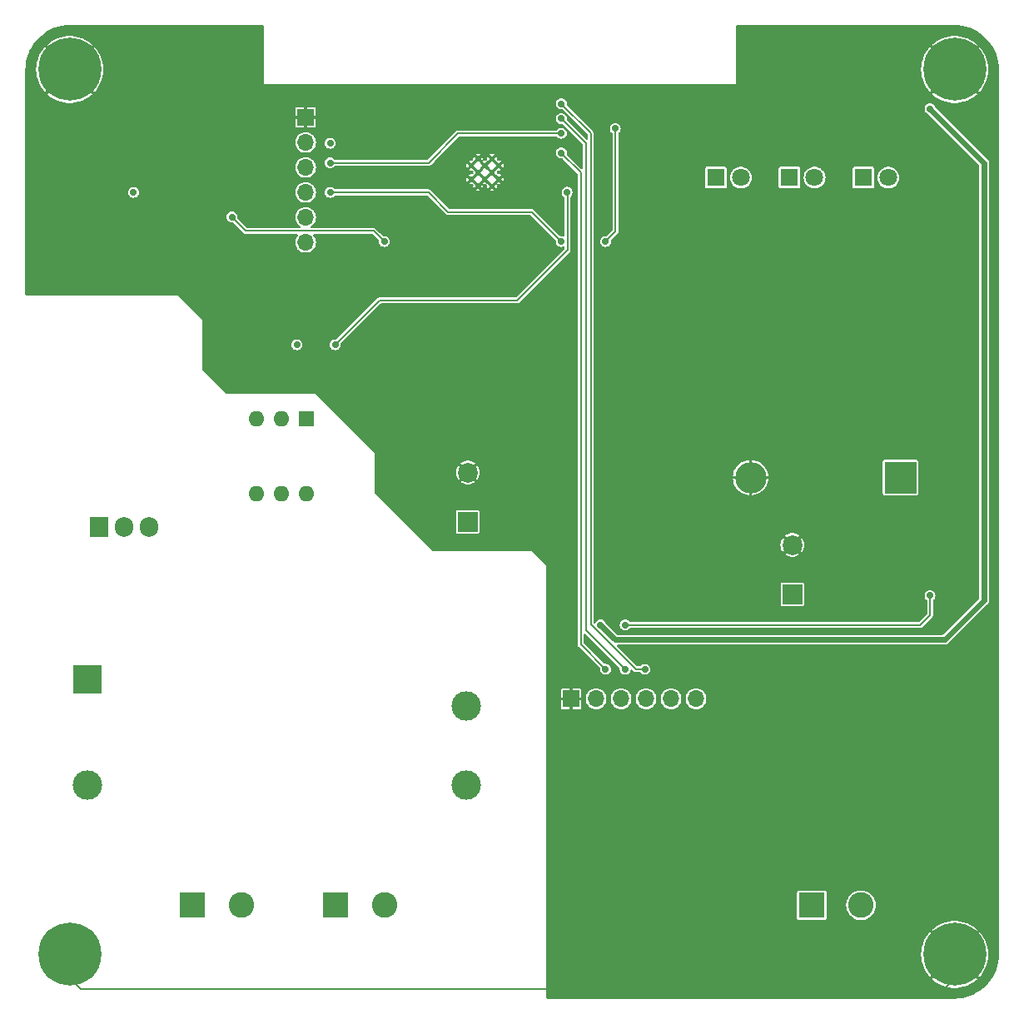
<source format=gbr>
%TF.GenerationSoftware,KiCad,Pcbnew,8.0.3*%
%TF.CreationDate,2024-07-01T15:14:42+02:00*%
%TF.ProjectId,wattwiser,77617474-7769-4736-9572-2e6b69636164,rev?*%
%TF.SameCoordinates,Original*%
%TF.FileFunction,Copper,L4,Bot*%
%TF.FilePolarity,Positive*%
%FSLAX46Y46*%
G04 Gerber Fmt 4.6, Leading zero omitted, Abs format (unit mm)*
G04 Created by KiCad (PCBNEW 8.0.3) date 2024-07-01 15:14:42*
%MOMM*%
%LPD*%
G01*
G04 APERTURE LIST*
%TA.AperFunction,ComponentPad*%
%ADD10R,1.800000X1.800000*%
%TD*%
%TA.AperFunction,ComponentPad*%
%ADD11C,1.800000*%
%TD*%
%TA.AperFunction,ComponentPad*%
%ADD12R,2.600000X2.600000*%
%TD*%
%TA.AperFunction,ComponentPad*%
%ADD13C,2.600000*%
%TD*%
%TA.AperFunction,HeatsinkPad*%
%ADD14C,0.600000*%
%TD*%
%TA.AperFunction,ComponentPad*%
%ADD15C,0.800000*%
%TD*%
%TA.AperFunction,ComponentPad*%
%ADD16C,6.400000*%
%TD*%
%TA.AperFunction,ComponentPad*%
%ADD17R,1.700000X1.700000*%
%TD*%
%TA.AperFunction,ComponentPad*%
%ADD18O,1.700000X1.700000*%
%TD*%
%TA.AperFunction,ComponentPad*%
%ADD19R,2.000000X2.000000*%
%TD*%
%TA.AperFunction,ComponentPad*%
%ADD20C,2.000000*%
%TD*%
%TA.AperFunction,ComponentPad*%
%ADD21R,3.200000X3.200000*%
%TD*%
%TA.AperFunction,ComponentPad*%
%ADD22O,3.200000X3.200000*%
%TD*%
%TA.AperFunction,ComponentPad*%
%ADD23C,3.000000*%
%TD*%
%TA.AperFunction,ComponentPad*%
%ADD24R,3.000000X3.000000*%
%TD*%
%TA.AperFunction,ComponentPad*%
%ADD25R,1.600000X1.600000*%
%TD*%
%TA.AperFunction,ComponentPad*%
%ADD26O,1.600000X1.600000*%
%TD*%
%TA.AperFunction,ComponentPad*%
%ADD27R,1.905000X2.000000*%
%TD*%
%TA.AperFunction,ComponentPad*%
%ADD28O,1.905000X2.000000*%
%TD*%
%TA.AperFunction,ViaPad*%
%ADD29C,0.700000*%
%TD*%
%TA.AperFunction,Conductor*%
%ADD30C,0.200000*%
%TD*%
%TA.AperFunction,Conductor*%
%ADD31C,0.600000*%
%TD*%
G04 APERTURE END LIST*
D10*
%TO.P,D2,1,K*%
%TO.N,Net-(D2-K)*%
X155725000Y-58000000D03*
D11*
%TO.P,D2,2,A*%
%TO.N,Net-(D2-A)*%
X158265000Y-58000000D03*
%TD*%
D12*
%TO.P,J1,1,Pin_1*%
%TO.N,NEUT*%
X102500000Y-132000000D03*
D13*
%TO.P,J1,2,Pin_2*%
%TO.N,LINE*%
X107500000Y-132000000D03*
%TD*%
D14*
%TO.P,U1,39,GND*%
%TO.N,GND*%
X130850000Y-56770000D03*
X130850000Y-58170000D03*
X131550000Y-56070000D03*
X131550000Y-57470000D03*
X131550000Y-58870000D03*
X132225000Y-56770000D03*
X132225000Y-58170000D03*
X132950000Y-56070000D03*
X132950000Y-57470000D03*
X132950000Y-58870000D03*
X133650000Y-56770000D03*
X133650000Y-58170000D03*
%TD*%
D15*
%TO.P,H1,1,1*%
%TO.N,GND*%
X87600000Y-47000000D03*
X88302944Y-45302944D03*
X88302944Y-48697056D03*
X90000000Y-44600000D03*
D16*
X90000000Y-47000000D03*
D15*
X90000000Y-49400000D03*
X91697056Y-45302944D03*
X91697056Y-48697056D03*
X92400000Y-47000000D03*
%TD*%
D17*
%TO.P,J5,1,Pin_1*%
%TO.N,GND*%
X141000000Y-111000000D03*
D18*
%TO.P,J5,2,Pin_2*%
%TO.N,+3.3V*%
X143540000Y-111000000D03*
%TO.P,J5,3,Pin_3*%
%TO.N,/UART TX*%
X146080000Y-111000000D03*
%TO.P,J5,4,Pin_4*%
%TO.N,/UART RX*%
X148620000Y-111000000D03*
%TO.P,J5,5,Pin_5*%
%TO.N,/DE{slash}RE*%
X151160000Y-111000000D03*
%TO.P,J5,6,Pin_6*%
%TO.N,+5V*%
X153700000Y-111000000D03*
%TD*%
D19*
%TO.P,C4,1*%
%TO.N,+5V*%
X130500000Y-93000000D03*
D20*
%TO.P,C4,2*%
%TO.N,GND*%
X130500000Y-88000000D03*
%TD*%
D21*
%TO.P,D5,1,K*%
%TO.N,Net-(D5-K)*%
X174500000Y-88500000D03*
D22*
%TO.P,D5,2,A*%
%TO.N,GND*%
X159260000Y-88500000D03*
%TD*%
D15*
%TO.P,H2,1,1*%
%TO.N,GND*%
X177600000Y-47000000D03*
X178302944Y-45302944D03*
X178302944Y-48697056D03*
X180000000Y-44600000D03*
D16*
X180000000Y-47000000D03*
D15*
X180000000Y-49400000D03*
X181697056Y-45302944D03*
X181697056Y-48697056D03*
X182400000Y-47000000D03*
%TD*%
%TO.P,H3,1,1*%
%TO.N,GND*%
X87600000Y-137000000D03*
X88302944Y-135302944D03*
X88302944Y-138697056D03*
X90000000Y-134600000D03*
D16*
X90000000Y-137000000D03*
D15*
X90000000Y-139400000D03*
X91697056Y-135302944D03*
X91697056Y-138697056D03*
X92400000Y-137000000D03*
%TD*%
D13*
%TO.P,J4,2,Pin_2*%
%TO.N,Net-(J4-Pin_2)*%
X122000000Y-132000000D03*
D12*
%TO.P,J4,1,Pin_1*%
%TO.N,Net-(J4-Pin_1)*%
X117000000Y-132000000D03*
%TD*%
D17*
%TO.P,J2,1,Pin_1*%
%TO.N,GND*%
X114000000Y-51880000D03*
D18*
%TO.P,J2,2,Pin_2*%
%TO.N,+3.3V*%
X114000000Y-54420000D03*
%TO.P,J2,3,Pin_3*%
%TO.N,/TX*%
X114000000Y-56960000D03*
%TO.P,J2,4,Pin_4*%
%TO.N,/RX*%
X114000000Y-59500000D03*
%TO.P,J2,5,Pin_5*%
%TO.N,/IO0*%
X114000000Y-62040000D03*
%TO.P,J2,6,Pin_6*%
%TO.N,/EN*%
X114000000Y-64580000D03*
%TD*%
D19*
%TO.P,C5,1*%
%TO.N,+3.3V*%
X163500000Y-100367677D03*
D20*
%TO.P,C5,2*%
%TO.N,GND*%
X163500000Y-95367677D03*
%TD*%
D15*
%TO.P,H4,1,1*%
%TO.N,GND*%
X177600000Y-137000000D03*
X178302944Y-135302944D03*
X178302944Y-138697056D03*
X180000000Y-134600000D03*
D16*
X180000000Y-137000000D03*
D15*
X180000000Y-139400000D03*
X181697056Y-135302944D03*
X181697056Y-138697056D03*
X182400000Y-137000000D03*
%TD*%
D23*
%TO.P,PS1,4,+Vo*%
%TO.N,+5V*%
X130342500Y-111750000D03*
%TO.P,PS1,3,-Vo*%
%TO.N,GND*%
X130342500Y-119750000D03*
%TO.P,PS1,2,AC/L*%
%TO.N,LINE*%
X91842500Y-119750000D03*
D24*
%TO.P,PS1,1,AC/N*%
%TO.N,NEUT*%
X91842500Y-109000000D03*
%TD*%
D25*
%TO.P,U4,1*%
%TO.N,Net-(R13-Pad2)*%
X114080000Y-82500000D03*
D26*
%TO.P,U4,2*%
%TO.N,GND*%
X111540000Y-82500000D03*
%TO.P,U4,3,NC*%
%TO.N,unconnected-(U4-NC-Pad3)*%
X109000000Y-82500000D03*
%TO.P,U4,4*%
%TO.N,Net-(R14-Pad1)*%
X109000000Y-90120000D03*
%TO.P,U4,5,NC*%
%TO.N,unconnected-(U4-NC-Pad5)*%
X111540000Y-90120000D03*
%TO.P,U4,6*%
%TO.N,Net-(J4-Pin_2)*%
X114080000Y-90120000D03*
%TD*%
D10*
%TO.P,D4,1,K*%
%TO.N,Net-(D2-K)*%
X170725000Y-58000000D03*
D11*
%TO.P,D4,2,A*%
%TO.N,Net-(D4-A)*%
X173265000Y-58000000D03*
%TD*%
D10*
%TO.P,D3,1,K*%
%TO.N,Net-(D2-K)*%
X163225000Y-58000000D03*
D11*
%TO.P,D3,2,A*%
%TO.N,Net-(D3-A)*%
X165765000Y-58000000D03*
%TD*%
D27*
%TO.P,Q4,1,A1*%
%TO.N,Net-(J4-Pin_2)*%
X93000000Y-93500000D03*
D28*
%TO.P,Q4,2,A2*%
%TO.N,Net-(J4-Pin_1)*%
X95540000Y-93500000D03*
%TO.P,Q4,3,G*%
%TO.N,Net-(Q4-G)*%
X98080000Y-93500000D03*
%TD*%
D12*
%TO.P,J3,1,Pin_1*%
%TO.N,Net-(J3-Pin_1)*%
X165487500Y-132000000D03*
D13*
%TO.P,J3,2,Pin_2*%
%TO.N,Net-(J3-Pin_2)*%
X170487500Y-132000000D03*
%TD*%
D29*
%TO.N,GND*%
X129000000Y-65000000D03*
X108625000Y-76500000D03*
X141000000Y-114500000D03*
X116500000Y-49500000D03*
X107000000Y-49500000D03*
X111500000Y-78500000D03*
X147000000Y-59000000D03*
X140000000Y-49000000D03*
%TO.N,+3.3V*%
X116500000Y-54500000D03*
X96500000Y-59500000D03*
X113125000Y-75000000D03*
%TO.N,+5V*%
X177500000Y-51000000D03*
X144000000Y-103500000D03*
%TO.N,Net-(D5-K)*%
X177500000Y-100500000D03*
X146500000Y-103500000D03*
%TO.N,/TX*%
X116500000Y-56500000D03*
X140000000Y-53500000D03*
%TO.N,/IO0*%
X140000000Y-64500000D03*
X116500000Y-59500000D03*
%TO.N,/IR_LEDS*%
X144500000Y-64500000D03*
X145500000Y-53000000D03*
%TO.N,/LED_G*%
X122000000Y-64500000D03*
X106500000Y-62000000D03*
%TO.N,/DE{slash}RE*%
X140000000Y-50500000D03*
X148500000Y-108000000D03*
%TO.N,/UART RX*%
X146500000Y-108000000D03*
X140000000Y-52000000D03*
%TO.N,/UART TX*%
X140000000Y-55500000D03*
X144500000Y-108000000D03*
%TO.N,/OUT_CONTACTOR*%
X117000000Y-75000000D03*
X140590000Y-59500000D03*
%TD*%
D30*
%TO.N,GND*%
X91100000Y-140500000D02*
X90000000Y-139400000D01*
X178900000Y-140500000D02*
X91100000Y-140500000D01*
X180000000Y-139400000D02*
X178900000Y-140500000D01*
D31*
%TO.N,+5V*%
X183000000Y-101000000D02*
X183000000Y-56500000D01*
X179000000Y-105000000D02*
X183000000Y-101000000D01*
X145500000Y-105000000D02*
X179000000Y-105000000D01*
X144000000Y-103500000D02*
X145500000Y-105000000D01*
X183000000Y-56500000D02*
X177500000Y-51000000D01*
D30*
%TO.N,Net-(D5-K)*%
X177500000Y-100500000D02*
X177500000Y-102500000D01*
X176500000Y-103500000D02*
X146500000Y-103500000D01*
X177500000Y-102500000D02*
X176500000Y-103500000D01*
%TO.N,/TX*%
X126500000Y-56500000D02*
X116500000Y-56500000D01*
X140000000Y-53500000D02*
X129500000Y-53500000D01*
X129500000Y-53500000D02*
X126500000Y-56500000D01*
%TO.N,/IO0*%
X128500000Y-61500000D02*
X126500000Y-59500000D01*
X140000000Y-64500000D02*
X137000000Y-61500000D01*
X137000000Y-61500000D02*
X128500000Y-61500000D01*
X126500000Y-59500000D02*
X116500000Y-59500000D01*
%TO.N,/IR_LEDS*%
X145500000Y-53000000D02*
X145500000Y-63500000D01*
X145500000Y-63500000D02*
X144500000Y-64500000D01*
%TO.N,/LED_G*%
X120930000Y-63430000D02*
X107930000Y-63430000D01*
X107930000Y-63430000D02*
X106500000Y-62000000D01*
X122000000Y-64500000D02*
X120930000Y-63430000D01*
%TO.N,/DE{slash}RE*%
X147580761Y-108000000D02*
X143000000Y-103419239D01*
X143000000Y-103419239D02*
X143000000Y-53500000D01*
X143000000Y-53500000D02*
X140000000Y-50500000D01*
X148500000Y-108000000D02*
X147580761Y-108000000D01*
%TO.N,/UART RX*%
X142500000Y-104000000D02*
X142500000Y-54500000D01*
X146500000Y-108000000D02*
X142500000Y-104000000D01*
X142500000Y-54500000D02*
X140000000Y-52000000D01*
%TO.N,/UART TX*%
X144500000Y-108000000D02*
X142000000Y-105500000D01*
X142000000Y-57500000D02*
X140000000Y-55500000D01*
X142000000Y-105500000D02*
X142000000Y-57500000D01*
%TO.N,/OUT_CONTACTOR*%
X140590000Y-59500000D02*
X140650000Y-59560000D01*
X140650000Y-59560000D02*
X140650000Y-65350000D01*
X135500000Y-70500000D02*
X121500000Y-70500000D01*
X121500000Y-70500000D02*
X117000000Y-75000000D01*
X140650000Y-65350000D02*
X135500000Y-70500000D01*
%TD*%
%TA.AperFunction,Conductor*%
%TO.N,GND*%
G36*
X109709191Y-42519407D02*
G01*
X109745155Y-42568907D01*
X109750000Y-42599500D01*
X109750000Y-48450000D01*
X109750001Y-48450000D01*
X157749999Y-48450000D01*
X157750000Y-48450000D01*
X157750000Y-47000000D01*
X176595006Y-47000000D01*
X176614965Y-47368143D01*
X176674614Y-47731979D01*
X176773242Y-48087206D01*
X176773246Y-48087217D01*
X176909711Y-48429721D01*
X177082403Y-48755453D01*
X177289306Y-49060611D01*
X177289313Y-49060621D01*
X177490449Y-49297415D01*
X178765258Y-48022606D01*
X178779588Y-48042330D01*
X178957670Y-48220412D01*
X178977390Y-48234740D01*
X177703894Y-49508237D01*
X177795650Y-49595154D01*
X178089156Y-49818272D01*
X178089161Y-49818275D01*
X178405070Y-50008352D01*
X178739676Y-50163157D01*
X179089076Y-50280884D01*
X179449128Y-50360137D01*
X179449127Y-50360137D01*
X179815657Y-50400000D01*
X180184343Y-50400000D01*
X180550872Y-50360137D01*
X180910922Y-50280884D01*
X180910924Y-50280884D01*
X181260323Y-50163157D01*
X181594929Y-50008352D01*
X181910838Y-49818275D01*
X181910843Y-49818272D01*
X182204341Y-49595160D01*
X182204346Y-49595156D01*
X182296104Y-49508237D01*
X181022607Y-48234740D01*
X181042330Y-48220412D01*
X181220412Y-48042330D01*
X181234740Y-48022607D01*
X182509548Y-49297415D01*
X182710693Y-49060611D01*
X182917596Y-48755453D01*
X183090288Y-48429721D01*
X183226753Y-48087217D01*
X183226757Y-48087206D01*
X183325385Y-47731979D01*
X183385034Y-47368143D01*
X183404993Y-47000000D01*
X183385034Y-46631856D01*
X183325385Y-46268020D01*
X183226757Y-45912793D01*
X183226753Y-45912782D01*
X183090288Y-45570278D01*
X182917596Y-45244546D01*
X182710693Y-44939388D01*
X182710686Y-44939378D01*
X182509548Y-44702582D01*
X181234739Y-45977390D01*
X181220412Y-45957670D01*
X181042330Y-45779588D01*
X181022606Y-45765258D01*
X182296104Y-44491761D01*
X182204349Y-44404845D01*
X181910843Y-44181727D01*
X181910838Y-44181724D01*
X181594929Y-43991647D01*
X181260323Y-43836842D01*
X180910923Y-43719115D01*
X180550871Y-43639862D01*
X180550872Y-43639862D01*
X180184343Y-43600000D01*
X179815657Y-43600000D01*
X179449127Y-43639862D01*
X179089077Y-43719115D01*
X179089075Y-43719115D01*
X178739676Y-43836842D01*
X178405070Y-43991647D01*
X178089161Y-44181724D01*
X178089156Y-44181727D01*
X177795655Y-44404841D01*
X177703894Y-44491761D01*
X178977392Y-45765259D01*
X178957670Y-45779588D01*
X178779588Y-45957670D01*
X178765259Y-45977392D01*
X177490449Y-44702582D01*
X177289313Y-44939378D01*
X177289306Y-44939388D01*
X177082403Y-45244546D01*
X176909711Y-45570278D01*
X176773246Y-45912782D01*
X176773242Y-45912793D01*
X176674614Y-46268020D01*
X176614965Y-46631856D01*
X176595006Y-47000000D01*
X157750000Y-47000000D01*
X157750000Y-42599500D01*
X157768907Y-42541309D01*
X157818407Y-42505345D01*
X157849000Y-42500500D01*
X179934108Y-42500500D01*
X179997835Y-42500500D01*
X180002152Y-42500593D01*
X180387853Y-42517434D01*
X180396432Y-42518184D01*
X180777053Y-42568295D01*
X180785544Y-42569792D01*
X181160338Y-42652881D01*
X181168673Y-42655115D01*
X181534797Y-42770553D01*
X181542913Y-42773507D01*
X181897587Y-42920418D01*
X181905398Y-42924060D01*
X182245910Y-43101320D01*
X182253390Y-43105638D01*
X182577167Y-43311906D01*
X182584241Y-43316860D01*
X182888797Y-43550554D01*
X182895398Y-43556093D01*
X183178459Y-43815470D01*
X183184529Y-43821540D01*
X183443905Y-44104599D01*
X183449445Y-44111202D01*
X183683139Y-44415758D01*
X183688093Y-44422832D01*
X183894361Y-44746609D01*
X183898679Y-44754089D01*
X184075935Y-45094593D01*
X184079585Y-45102420D01*
X184226492Y-45457086D01*
X184229446Y-45465202D01*
X184344884Y-45831326D01*
X184347119Y-45839668D01*
X184430205Y-46214445D01*
X184431705Y-46222951D01*
X184481813Y-46603554D01*
X184482566Y-46612158D01*
X184499406Y-46997847D01*
X184499500Y-47002165D01*
X184499500Y-136997834D01*
X184499406Y-137002152D01*
X184482566Y-137387841D01*
X184481813Y-137396445D01*
X184431705Y-137777048D01*
X184430205Y-137785554D01*
X184347119Y-138160331D01*
X184344884Y-138168673D01*
X184229446Y-138534797D01*
X184226492Y-138542913D01*
X184079585Y-138897579D01*
X184075935Y-138905406D01*
X183898679Y-139245910D01*
X183894361Y-139253390D01*
X183688093Y-139577167D01*
X183683139Y-139584241D01*
X183449445Y-139888797D01*
X183443895Y-139895411D01*
X183184540Y-140178447D01*
X183178447Y-140184540D01*
X182986818Y-140360137D01*
X182895413Y-140443894D01*
X182888797Y-140449445D01*
X182584241Y-140683139D01*
X182577167Y-140688093D01*
X182253390Y-140894361D01*
X182245910Y-140898679D01*
X181905406Y-141075935D01*
X181897579Y-141079585D01*
X181542913Y-141226492D01*
X181534797Y-141229446D01*
X181168673Y-141344884D01*
X181160331Y-141347119D01*
X180785554Y-141430205D01*
X180777048Y-141431705D01*
X180396445Y-141481813D01*
X180387841Y-141482566D01*
X180002153Y-141499406D01*
X179997835Y-141499500D01*
X138599000Y-141499500D01*
X138540809Y-141480593D01*
X138504845Y-141431093D01*
X138500000Y-141400500D01*
X138500000Y-137000000D01*
X176595006Y-137000000D01*
X176614965Y-137368143D01*
X176674614Y-137731979D01*
X176773242Y-138087206D01*
X176773246Y-138087217D01*
X176909711Y-138429721D01*
X177082403Y-138755453D01*
X177289306Y-139060611D01*
X177289313Y-139060621D01*
X177490449Y-139297415D01*
X178765258Y-138022606D01*
X178779588Y-138042330D01*
X178957670Y-138220412D01*
X178977390Y-138234740D01*
X177703894Y-139508237D01*
X177795650Y-139595154D01*
X178089156Y-139818272D01*
X178089161Y-139818275D01*
X178405070Y-140008352D01*
X178739676Y-140163157D01*
X179089076Y-140280884D01*
X179449128Y-140360137D01*
X179449127Y-140360137D01*
X179815657Y-140400000D01*
X180184343Y-140400000D01*
X180550872Y-140360137D01*
X180910922Y-140280884D01*
X180910924Y-140280884D01*
X181260323Y-140163157D01*
X181594929Y-140008352D01*
X181910838Y-139818275D01*
X181910843Y-139818272D01*
X182204341Y-139595160D01*
X182204346Y-139595156D01*
X182296104Y-139508237D01*
X181022607Y-138234740D01*
X181042330Y-138220412D01*
X181220412Y-138042330D01*
X181234740Y-138022607D01*
X182509548Y-139297415D01*
X182710693Y-139060611D01*
X182917596Y-138755453D01*
X183090288Y-138429721D01*
X183226753Y-138087217D01*
X183226757Y-138087206D01*
X183325385Y-137731979D01*
X183385034Y-137368143D01*
X183404993Y-137000000D01*
X183385034Y-136631856D01*
X183325385Y-136268020D01*
X183226757Y-135912793D01*
X183226753Y-135912782D01*
X183090288Y-135570278D01*
X182917596Y-135244546D01*
X182710693Y-134939388D01*
X182710686Y-134939378D01*
X182509548Y-134702582D01*
X181234739Y-135977390D01*
X181220412Y-135957670D01*
X181042330Y-135779588D01*
X181022606Y-135765258D01*
X182296104Y-134491761D01*
X182204349Y-134404845D01*
X181910843Y-134181727D01*
X181910838Y-134181724D01*
X181594929Y-133991647D01*
X181260323Y-133836842D01*
X180910923Y-133719115D01*
X180550871Y-133639862D01*
X180550872Y-133639862D01*
X180184343Y-133600000D01*
X179815657Y-133600000D01*
X179449127Y-133639862D01*
X179089077Y-133719115D01*
X179089075Y-133719115D01*
X178739676Y-133836842D01*
X178405070Y-133991647D01*
X178089161Y-134181724D01*
X178089156Y-134181727D01*
X177795655Y-134404841D01*
X177703894Y-134491761D01*
X178977392Y-135765259D01*
X178957670Y-135779588D01*
X178779588Y-135957670D01*
X178765259Y-135977392D01*
X177490449Y-134702582D01*
X177289313Y-134939378D01*
X177289306Y-134939388D01*
X177082403Y-135244546D01*
X176909711Y-135570278D01*
X176773246Y-135912782D01*
X176773242Y-135912793D01*
X176674614Y-136268020D01*
X176614965Y-136631856D01*
X176595006Y-137000000D01*
X138500000Y-137000000D01*
X138500000Y-130680253D01*
X163987000Y-130680253D01*
X163987000Y-133319746D01*
X163987001Y-133319758D01*
X163998632Y-133378227D01*
X163998634Y-133378233D01*
X163999032Y-133378828D01*
X164042948Y-133444552D01*
X164109269Y-133488867D01*
X164153731Y-133497711D01*
X164167741Y-133500498D01*
X164167746Y-133500498D01*
X164167752Y-133500500D01*
X164167753Y-133500500D01*
X166807247Y-133500500D01*
X166807248Y-133500500D01*
X166865731Y-133488867D01*
X166932052Y-133444552D01*
X166976367Y-133378231D01*
X166988000Y-133319748D01*
X166988000Y-132000000D01*
X168981857Y-132000000D01*
X169002391Y-132247819D01*
X169002392Y-132247821D01*
X169063437Y-132488881D01*
X169163327Y-132716607D01*
X169299336Y-132924785D01*
X169467756Y-133107738D01*
X169663991Y-133260474D01*
X169773516Y-133319746D01*
X169881590Y-133378233D01*
X169882690Y-133378828D01*
X170117886Y-133459571D01*
X170363165Y-133500500D01*
X170611835Y-133500500D01*
X170857114Y-133459571D01*
X171092310Y-133378828D01*
X171311009Y-133260474D01*
X171507244Y-133107738D01*
X171675664Y-132924785D01*
X171811673Y-132716607D01*
X171911563Y-132488881D01*
X171972608Y-132247821D01*
X171993143Y-132000000D01*
X171972608Y-131752179D01*
X171911563Y-131511119D01*
X171811673Y-131283393D01*
X171675664Y-131075215D01*
X171507244Y-130892262D01*
X171311009Y-130739526D01*
X171092313Y-130621173D01*
X170974712Y-130580800D01*
X170857114Y-130540429D01*
X170857113Y-130540428D01*
X170857111Y-130540428D01*
X170611835Y-130499500D01*
X170363165Y-130499500D01*
X170117888Y-130540428D01*
X169882686Y-130621173D01*
X169663990Y-130739526D01*
X169663987Y-130739528D01*
X169467759Y-130892259D01*
X169299335Y-131075216D01*
X169163326Y-131283395D01*
X169063437Y-131511120D01*
X169002391Y-131752180D01*
X168981857Y-132000000D01*
X166988000Y-132000000D01*
X166988000Y-130680252D01*
X166976367Y-130621769D01*
X166932052Y-130555448D01*
X166909575Y-130540429D01*
X166865733Y-130511134D01*
X166865731Y-130511133D01*
X166865728Y-130511132D01*
X166865727Y-130511132D01*
X166807258Y-130499501D01*
X166807248Y-130499500D01*
X164167752Y-130499500D01*
X164167751Y-130499500D01*
X164167741Y-130499501D01*
X164109272Y-130511132D01*
X164109266Y-130511134D01*
X164042951Y-130555445D01*
X164042945Y-130555451D01*
X163998634Y-130621766D01*
X163998632Y-130621772D01*
X163987001Y-130680241D01*
X163987000Y-130680253D01*
X138500000Y-130680253D01*
X138500000Y-110130299D01*
X139950000Y-110130299D01*
X139950000Y-110849999D01*
X139950001Y-110850000D01*
X140522555Y-110850000D01*
X140500000Y-110934174D01*
X140500000Y-111065826D01*
X140522555Y-111150000D01*
X139950001Y-111150000D01*
X139950000Y-111150001D01*
X139950000Y-111869700D01*
X139961603Y-111928036D01*
X140005806Y-111994189D01*
X140005810Y-111994193D01*
X140071963Y-112038396D01*
X140130299Y-112049999D01*
X140130303Y-112050000D01*
X140849999Y-112050000D01*
X140850000Y-112049999D01*
X140850000Y-111477445D01*
X140934174Y-111500000D01*
X141065826Y-111500000D01*
X141150000Y-111477445D01*
X141150000Y-112049999D01*
X141150001Y-112050000D01*
X141869697Y-112050000D01*
X141869700Y-112049999D01*
X141928036Y-112038396D01*
X141994189Y-111994193D01*
X141994193Y-111994189D01*
X142038396Y-111928036D01*
X142049999Y-111869700D01*
X142050000Y-111869697D01*
X142050000Y-111150001D01*
X142049999Y-111150000D01*
X141477445Y-111150000D01*
X141500000Y-111065826D01*
X141500000Y-110999996D01*
X142484417Y-110999996D01*
X142484417Y-111000003D01*
X142504698Y-111205929D01*
X142504699Y-111205934D01*
X142564768Y-111403954D01*
X142662316Y-111586452D01*
X142793585Y-111746404D01*
X142793590Y-111746410D01*
X142793595Y-111746414D01*
X142953547Y-111877683D01*
X142953548Y-111877683D01*
X142953550Y-111877685D01*
X143136046Y-111975232D01*
X143273997Y-112017078D01*
X143334065Y-112035300D01*
X143334070Y-112035301D01*
X143539997Y-112055583D01*
X143540000Y-112055583D01*
X143540003Y-112055583D01*
X143745929Y-112035301D01*
X143745934Y-112035300D01*
X143943954Y-111975232D01*
X144126450Y-111877685D01*
X144286410Y-111746410D01*
X144417685Y-111586450D01*
X144515232Y-111403954D01*
X144575300Y-111205934D01*
X144575301Y-111205929D01*
X144595583Y-111000003D01*
X144595583Y-110999996D01*
X145024417Y-110999996D01*
X145024417Y-111000003D01*
X145044698Y-111205929D01*
X145044699Y-111205934D01*
X145104768Y-111403954D01*
X145202316Y-111586452D01*
X145333585Y-111746404D01*
X145333590Y-111746410D01*
X145333595Y-111746414D01*
X145493547Y-111877683D01*
X145493548Y-111877683D01*
X145493550Y-111877685D01*
X145676046Y-111975232D01*
X145813997Y-112017078D01*
X145874065Y-112035300D01*
X145874070Y-112035301D01*
X146079997Y-112055583D01*
X146080000Y-112055583D01*
X146080003Y-112055583D01*
X146285929Y-112035301D01*
X146285934Y-112035300D01*
X146483954Y-111975232D01*
X146666450Y-111877685D01*
X146826410Y-111746410D01*
X146957685Y-111586450D01*
X147055232Y-111403954D01*
X147115300Y-111205934D01*
X147115301Y-111205929D01*
X147135583Y-111000003D01*
X147135583Y-110999996D01*
X147564417Y-110999996D01*
X147564417Y-111000003D01*
X147584698Y-111205929D01*
X147584699Y-111205934D01*
X147644768Y-111403954D01*
X147742316Y-111586452D01*
X147873585Y-111746404D01*
X147873590Y-111746410D01*
X147873595Y-111746414D01*
X148033547Y-111877683D01*
X148033548Y-111877683D01*
X148033550Y-111877685D01*
X148216046Y-111975232D01*
X148353997Y-112017078D01*
X148414065Y-112035300D01*
X148414070Y-112035301D01*
X148619997Y-112055583D01*
X148620000Y-112055583D01*
X148620003Y-112055583D01*
X148825929Y-112035301D01*
X148825934Y-112035300D01*
X149023954Y-111975232D01*
X149206450Y-111877685D01*
X149366410Y-111746410D01*
X149497685Y-111586450D01*
X149595232Y-111403954D01*
X149655300Y-111205934D01*
X149655301Y-111205929D01*
X149675583Y-111000003D01*
X149675583Y-110999996D01*
X150104417Y-110999996D01*
X150104417Y-111000003D01*
X150124698Y-111205929D01*
X150124699Y-111205934D01*
X150184768Y-111403954D01*
X150282316Y-111586452D01*
X150413585Y-111746404D01*
X150413590Y-111746410D01*
X150413595Y-111746414D01*
X150573547Y-111877683D01*
X150573548Y-111877683D01*
X150573550Y-111877685D01*
X150756046Y-111975232D01*
X150893997Y-112017078D01*
X150954065Y-112035300D01*
X150954070Y-112035301D01*
X151159997Y-112055583D01*
X151160000Y-112055583D01*
X151160003Y-112055583D01*
X151365929Y-112035301D01*
X151365934Y-112035300D01*
X151563954Y-111975232D01*
X151746450Y-111877685D01*
X151906410Y-111746410D01*
X152037685Y-111586450D01*
X152135232Y-111403954D01*
X152195300Y-111205934D01*
X152195301Y-111205929D01*
X152215583Y-111000003D01*
X152215583Y-110999996D01*
X152644417Y-110999996D01*
X152644417Y-111000003D01*
X152664698Y-111205929D01*
X152664699Y-111205934D01*
X152724768Y-111403954D01*
X152822316Y-111586452D01*
X152953585Y-111746404D01*
X152953590Y-111746410D01*
X152953595Y-111746414D01*
X153113547Y-111877683D01*
X153113548Y-111877683D01*
X153113550Y-111877685D01*
X153296046Y-111975232D01*
X153433997Y-112017078D01*
X153494065Y-112035300D01*
X153494070Y-112035301D01*
X153699997Y-112055583D01*
X153700000Y-112055583D01*
X153700003Y-112055583D01*
X153905929Y-112035301D01*
X153905934Y-112035300D01*
X154103954Y-111975232D01*
X154286450Y-111877685D01*
X154446410Y-111746410D01*
X154577685Y-111586450D01*
X154675232Y-111403954D01*
X154735300Y-111205934D01*
X154735301Y-111205929D01*
X154755583Y-111000003D01*
X154755583Y-110999996D01*
X154735301Y-110794070D01*
X154735300Y-110794065D01*
X154676401Y-110599901D01*
X154675232Y-110596046D01*
X154577685Y-110413550D01*
X154446410Y-110253590D01*
X154446404Y-110253585D01*
X154286452Y-110122316D01*
X154103954Y-110024768D01*
X153905934Y-109964699D01*
X153905929Y-109964698D01*
X153700003Y-109944417D01*
X153699997Y-109944417D01*
X153494070Y-109964698D01*
X153494065Y-109964699D01*
X153296045Y-110024768D01*
X153113547Y-110122316D01*
X152953595Y-110253585D01*
X152953585Y-110253595D01*
X152822316Y-110413547D01*
X152724768Y-110596045D01*
X152664699Y-110794065D01*
X152664698Y-110794070D01*
X152644417Y-110999996D01*
X152215583Y-110999996D01*
X152195301Y-110794070D01*
X152195300Y-110794065D01*
X152136401Y-110599901D01*
X152135232Y-110596046D01*
X152037685Y-110413550D01*
X151906410Y-110253590D01*
X151906404Y-110253585D01*
X151746452Y-110122316D01*
X151563954Y-110024768D01*
X151365934Y-109964699D01*
X151365929Y-109964698D01*
X151160003Y-109944417D01*
X151159997Y-109944417D01*
X150954070Y-109964698D01*
X150954065Y-109964699D01*
X150756045Y-110024768D01*
X150573547Y-110122316D01*
X150413595Y-110253585D01*
X150413585Y-110253595D01*
X150282316Y-110413547D01*
X150184768Y-110596045D01*
X150124699Y-110794065D01*
X150124698Y-110794070D01*
X150104417Y-110999996D01*
X149675583Y-110999996D01*
X149655301Y-110794070D01*
X149655300Y-110794065D01*
X149596401Y-110599901D01*
X149595232Y-110596046D01*
X149497685Y-110413550D01*
X149366410Y-110253590D01*
X149366404Y-110253585D01*
X149206452Y-110122316D01*
X149023954Y-110024768D01*
X148825934Y-109964699D01*
X148825929Y-109964698D01*
X148620003Y-109944417D01*
X148619997Y-109944417D01*
X148414070Y-109964698D01*
X148414065Y-109964699D01*
X148216045Y-110024768D01*
X148033547Y-110122316D01*
X147873595Y-110253585D01*
X147873585Y-110253595D01*
X147742316Y-110413547D01*
X147644768Y-110596045D01*
X147584699Y-110794065D01*
X147584698Y-110794070D01*
X147564417Y-110999996D01*
X147135583Y-110999996D01*
X147115301Y-110794070D01*
X147115300Y-110794065D01*
X147056401Y-110599901D01*
X147055232Y-110596046D01*
X146957685Y-110413550D01*
X146826410Y-110253590D01*
X146826404Y-110253585D01*
X146666452Y-110122316D01*
X146483954Y-110024768D01*
X146285934Y-109964699D01*
X146285929Y-109964698D01*
X146080003Y-109944417D01*
X146079997Y-109944417D01*
X145874070Y-109964698D01*
X145874065Y-109964699D01*
X145676045Y-110024768D01*
X145493547Y-110122316D01*
X145333595Y-110253585D01*
X145333585Y-110253595D01*
X145202316Y-110413547D01*
X145104768Y-110596045D01*
X145044699Y-110794065D01*
X145044698Y-110794070D01*
X145024417Y-110999996D01*
X144595583Y-110999996D01*
X144575301Y-110794070D01*
X144575300Y-110794065D01*
X144516401Y-110599901D01*
X144515232Y-110596046D01*
X144417685Y-110413550D01*
X144286410Y-110253590D01*
X144286404Y-110253585D01*
X144126452Y-110122316D01*
X143943954Y-110024768D01*
X143745934Y-109964699D01*
X143745929Y-109964698D01*
X143540003Y-109944417D01*
X143539997Y-109944417D01*
X143334070Y-109964698D01*
X143334065Y-109964699D01*
X143136045Y-110024768D01*
X142953547Y-110122316D01*
X142793595Y-110253585D01*
X142793585Y-110253595D01*
X142662316Y-110413547D01*
X142564768Y-110596045D01*
X142504699Y-110794065D01*
X142504698Y-110794070D01*
X142484417Y-110999996D01*
X141500000Y-110999996D01*
X141500000Y-110934174D01*
X141477445Y-110850000D01*
X142049999Y-110850000D01*
X142050000Y-110849999D01*
X142050000Y-110130302D01*
X142049999Y-110130299D01*
X142038396Y-110071963D01*
X141994193Y-110005810D01*
X141994189Y-110005806D01*
X141928036Y-109961603D01*
X141869700Y-109950000D01*
X141150001Y-109950000D01*
X141150000Y-109950001D01*
X141150000Y-110522554D01*
X141065826Y-110500000D01*
X140934174Y-110500000D01*
X140850000Y-110522554D01*
X140850000Y-109950001D01*
X140849999Y-109950000D01*
X140130299Y-109950000D01*
X140071963Y-109961603D01*
X140005810Y-110005806D01*
X140005806Y-110005810D01*
X139961603Y-110071963D01*
X139950000Y-110130299D01*
X138500000Y-110130299D01*
X138500000Y-97500001D01*
X138500000Y-97500000D01*
X137000000Y-96000000D01*
X136999999Y-96000000D01*
X127041008Y-96000000D01*
X126982817Y-95981093D01*
X126971004Y-95971004D01*
X122980253Y-91980253D01*
X129299500Y-91980253D01*
X129299500Y-94019746D01*
X129299501Y-94019758D01*
X129311132Y-94078227D01*
X129311133Y-94078231D01*
X129355448Y-94144552D01*
X129421769Y-94188867D01*
X129466231Y-94197711D01*
X129480241Y-94200498D01*
X129480246Y-94200498D01*
X129480252Y-94200500D01*
X129480253Y-94200500D01*
X131519747Y-94200500D01*
X131519748Y-94200500D01*
X131578231Y-94188867D01*
X131644552Y-94144552D01*
X131688867Y-94078231D01*
X131700500Y-94019748D01*
X131700500Y-91980252D01*
X131688867Y-91921769D01*
X131644552Y-91855448D01*
X131644548Y-91855445D01*
X131578233Y-91811134D01*
X131578231Y-91811133D01*
X131578228Y-91811132D01*
X131578227Y-91811132D01*
X131519758Y-91799501D01*
X131519748Y-91799500D01*
X129480252Y-91799500D01*
X129480251Y-91799500D01*
X129480241Y-91799501D01*
X129421772Y-91811132D01*
X129421766Y-91811134D01*
X129355451Y-91855445D01*
X129355445Y-91855451D01*
X129311134Y-91921766D01*
X129311132Y-91921772D01*
X129299501Y-91980241D01*
X129299500Y-91980253D01*
X122980253Y-91980253D01*
X121028996Y-90028996D01*
X121001219Y-89974479D01*
X121000000Y-89958992D01*
X121000000Y-88000000D01*
X129294859Y-88000000D01*
X129315379Y-88221445D01*
X129376239Y-88435347D01*
X129475364Y-88634417D01*
X129475369Y-88634426D01*
X129551985Y-88735881D01*
X130056328Y-88231536D01*
X130099901Y-88307007D01*
X130192993Y-88400099D01*
X130268460Y-88443670D01*
X129761535Y-88950596D01*
X129773740Y-88961722D01*
X129962823Y-89078797D01*
X130170200Y-89159136D01*
X130388804Y-89200000D01*
X130611196Y-89200000D01*
X130829799Y-89159136D01*
X131037178Y-89078797D01*
X131037183Y-89078794D01*
X131226258Y-88961724D01*
X131226261Y-88961721D01*
X131238463Y-88950596D01*
X130731538Y-88443671D01*
X130807007Y-88400099D01*
X130900099Y-88307007D01*
X130943671Y-88231538D01*
X131448015Y-88735882D01*
X131524624Y-88634436D01*
X131524633Y-88634421D01*
X131623760Y-88435347D01*
X131684620Y-88221445D01*
X131705140Y-88000000D01*
X131684620Y-87778554D01*
X131623760Y-87564652D01*
X131524635Y-87365582D01*
X131524630Y-87365573D01*
X131448014Y-87264117D01*
X130943670Y-87768460D01*
X130900099Y-87692993D01*
X130807007Y-87599901D01*
X130731536Y-87556328D01*
X131238463Y-87049402D01*
X131226259Y-87038277D01*
X131037176Y-86921202D01*
X130829799Y-86840863D01*
X130611196Y-86800000D01*
X130388804Y-86800000D01*
X130170200Y-86840863D01*
X129962821Y-86921202D01*
X129962816Y-86921205D01*
X129773742Y-87038275D01*
X129773739Y-87038277D01*
X129761535Y-87049402D01*
X130268461Y-87556328D01*
X130192993Y-87599901D01*
X130099901Y-87692993D01*
X130056328Y-87768461D01*
X129551985Y-87264118D01*
X129475369Y-87365573D01*
X129475364Y-87365582D01*
X129376239Y-87564652D01*
X129315379Y-87778554D01*
X129294859Y-88000000D01*
X121000000Y-88000000D01*
X121000000Y-86000001D01*
X121000000Y-86000000D01*
X115000000Y-80000000D01*
X114999999Y-80000000D01*
X106041008Y-80000000D01*
X105982817Y-79981093D01*
X105971004Y-79971004D01*
X103528996Y-77528996D01*
X103501219Y-77474479D01*
X103500000Y-77458992D01*
X103500000Y-74999999D01*
X112569750Y-74999999D01*
X112569750Y-75000000D01*
X112588669Y-75143708D01*
X112588670Y-75143709D01*
X112644139Y-75277625D01*
X112732379Y-75392621D01*
X112847375Y-75480861D01*
X112981291Y-75536330D01*
X113125000Y-75555250D01*
X113268709Y-75536330D01*
X113402625Y-75480861D01*
X113517621Y-75392621D01*
X113605861Y-75277625D01*
X113661330Y-75143709D01*
X113680250Y-75000000D01*
X113665093Y-74884877D01*
X113661330Y-74856291D01*
X113605861Y-74722375D01*
X113517621Y-74607379D01*
X113402625Y-74519139D01*
X113402621Y-74519137D01*
X113268709Y-74463670D01*
X113268708Y-74463669D01*
X113125000Y-74444750D01*
X112981291Y-74463669D01*
X112981290Y-74463670D01*
X112847378Y-74519137D01*
X112847374Y-74519139D01*
X112732381Y-74607377D01*
X112732377Y-74607381D01*
X112644139Y-74722374D01*
X112644137Y-74722378D01*
X112588670Y-74856290D01*
X112588669Y-74856291D01*
X112569750Y-74999999D01*
X103500000Y-74999999D01*
X103500000Y-72500001D01*
X103500000Y-72500000D01*
X101000000Y-70000000D01*
X100999999Y-70000000D01*
X85599500Y-70000000D01*
X85541309Y-69981093D01*
X85505345Y-69931593D01*
X85500500Y-69901000D01*
X85500500Y-61999999D01*
X105944750Y-61999999D01*
X105944750Y-62000000D01*
X105963669Y-62143708D01*
X105963670Y-62143709D01*
X106019139Y-62277625D01*
X106107379Y-62392621D01*
X106222375Y-62480861D01*
X106356291Y-62536330D01*
X106500000Y-62555250D01*
X106566719Y-62546465D01*
X106626876Y-62557614D01*
X106649643Y-62574614D01*
X107689540Y-63614511D01*
X107689539Y-63614511D01*
X107745489Y-63670460D01*
X107814007Y-63710019D01*
X107814011Y-63710021D01*
X107890435Y-63730499D01*
X107890437Y-63730500D01*
X107890438Y-63730500D01*
X107969562Y-63730500D01*
X113128876Y-63730500D01*
X113187067Y-63749407D01*
X113223031Y-63798907D01*
X113223031Y-63860093D01*
X113205404Y-63892305D01*
X113122317Y-63993547D01*
X113122316Y-63993547D01*
X113024768Y-64176045D01*
X112964699Y-64374065D01*
X112964698Y-64374070D01*
X112944417Y-64579996D01*
X112944417Y-64580003D01*
X112964698Y-64785929D01*
X112964699Y-64785934D01*
X113024768Y-64983954D01*
X113122316Y-65166452D01*
X113184901Y-65242712D01*
X113253590Y-65326410D01*
X113253595Y-65326414D01*
X113413547Y-65457683D01*
X113413548Y-65457683D01*
X113413550Y-65457685D01*
X113596046Y-65555232D01*
X113733997Y-65597078D01*
X113794065Y-65615300D01*
X113794070Y-65615301D01*
X113999997Y-65635583D01*
X114000000Y-65635583D01*
X114000003Y-65635583D01*
X114205929Y-65615301D01*
X114205934Y-65615300D01*
X114403954Y-65555232D01*
X114586450Y-65457685D01*
X114746410Y-65326410D01*
X114877685Y-65166450D01*
X114975232Y-64983954D01*
X115035300Y-64785934D01*
X115035301Y-64785929D01*
X115055583Y-64580003D01*
X115055583Y-64579996D01*
X115035301Y-64374070D01*
X115035300Y-64374065D01*
X114989286Y-64222378D01*
X114975232Y-64176046D01*
X114877685Y-63993550D01*
X114853163Y-63963670D01*
X114794596Y-63892305D01*
X114772296Y-63835328D01*
X114787745Y-63776125D01*
X114835042Y-63737310D01*
X114871124Y-63730500D01*
X120764521Y-63730500D01*
X120822712Y-63749407D01*
X120834525Y-63759496D01*
X121425384Y-64350355D01*
X121453161Y-64404872D01*
X121453533Y-64433280D01*
X121444750Y-64499997D01*
X121444750Y-64500000D01*
X121463669Y-64643708D01*
X121463670Y-64643709D01*
X121519139Y-64777625D01*
X121607379Y-64892621D01*
X121722375Y-64980861D01*
X121856291Y-65036330D01*
X122000000Y-65055250D01*
X122143709Y-65036330D01*
X122277625Y-64980861D01*
X122392621Y-64892621D01*
X122480861Y-64777625D01*
X122536330Y-64643709D01*
X122555250Y-64500000D01*
X122540093Y-64384877D01*
X122536330Y-64356291D01*
X122480861Y-64222375D01*
X122392621Y-64107379D01*
X122277625Y-64019139D01*
X122277621Y-64019137D01*
X122143709Y-63963670D01*
X122143708Y-63963669D01*
X122000000Y-63944750D01*
X121999998Y-63944750D01*
X121933280Y-63953533D01*
X121873120Y-63942382D01*
X121850355Y-63925384D01*
X121539482Y-63614511D01*
X121114511Y-63189540D01*
X121114508Y-63189538D01*
X121045992Y-63149980D01*
X121045988Y-63149978D01*
X120969564Y-63129500D01*
X120969562Y-63129500D01*
X114585402Y-63129500D01*
X114527211Y-63110593D01*
X114491247Y-63061093D01*
X114491247Y-62999907D01*
X114527211Y-62950407D01*
X114538727Y-62943193D01*
X114586450Y-62917685D01*
X114746410Y-62786410D01*
X114877685Y-62626450D01*
X114975232Y-62443954D01*
X115035300Y-62245934D01*
X115035301Y-62245929D01*
X115055583Y-62040003D01*
X115055583Y-62039996D01*
X115035301Y-61834070D01*
X115035300Y-61834065D01*
X115001419Y-61722374D01*
X114975232Y-61636046D01*
X114877685Y-61453550D01*
X114870463Y-61444750D01*
X114746414Y-61293595D01*
X114746410Y-61293590D01*
X114704920Y-61259540D01*
X114586452Y-61162316D01*
X114403954Y-61064768D01*
X114205934Y-61004699D01*
X114205929Y-61004698D01*
X114000003Y-60984417D01*
X113999997Y-60984417D01*
X113794070Y-61004698D01*
X113794065Y-61004699D01*
X113596045Y-61064768D01*
X113413547Y-61162316D01*
X113253595Y-61293585D01*
X113253585Y-61293595D01*
X113122316Y-61453547D01*
X113024768Y-61636045D01*
X112964699Y-61834065D01*
X112964698Y-61834070D01*
X112944417Y-62039996D01*
X112944417Y-62040003D01*
X112964698Y-62245929D01*
X112964699Y-62245934D01*
X113024768Y-62443954D01*
X113122316Y-62626452D01*
X113253585Y-62786404D01*
X113253590Y-62786410D01*
X113253595Y-62786414D01*
X113413547Y-62917683D01*
X113413548Y-62917683D01*
X113413550Y-62917685D01*
X113461267Y-62943191D01*
X113503673Y-62987296D01*
X113512056Y-63047904D01*
X113483213Y-63101865D01*
X113428162Y-63128566D01*
X113414598Y-63129500D01*
X108095479Y-63129500D01*
X108037288Y-63110593D01*
X108025475Y-63100504D01*
X107074614Y-62149643D01*
X107046837Y-62095126D01*
X107046465Y-62066723D01*
X107055250Y-62000000D01*
X107036330Y-61856291D01*
X106980861Y-61722375D01*
X106892621Y-61607379D01*
X106777625Y-61519139D01*
X106777621Y-61519137D01*
X106643709Y-61463670D01*
X106643708Y-61463669D01*
X106500000Y-61444750D01*
X106356291Y-61463669D01*
X106356290Y-61463670D01*
X106222378Y-61519137D01*
X106222374Y-61519139D01*
X106107381Y-61607377D01*
X106107377Y-61607381D01*
X106019139Y-61722374D01*
X106019137Y-61722378D01*
X105963670Y-61856290D01*
X105963669Y-61856291D01*
X105944750Y-61999999D01*
X85500500Y-61999999D01*
X85500500Y-59499999D01*
X95944750Y-59499999D01*
X95944750Y-59500000D01*
X95963669Y-59643708D01*
X95963670Y-59643709D01*
X96019139Y-59777625D01*
X96107379Y-59892621D01*
X96222375Y-59980861D01*
X96356291Y-60036330D01*
X96500000Y-60055250D01*
X96643709Y-60036330D01*
X96777625Y-59980861D01*
X96892621Y-59892621D01*
X96980861Y-59777625D01*
X97036330Y-59643709D01*
X97055250Y-59500000D01*
X97055249Y-59499996D01*
X112944417Y-59499996D01*
X112944417Y-59500003D01*
X112964698Y-59705929D01*
X112964699Y-59705934D01*
X113024768Y-59903954D01*
X113122316Y-60086452D01*
X113253585Y-60246404D01*
X113253590Y-60246410D01*
X113253595Y-60246414D01*
X113413547Y-60377683D01*
X113413548Y-60377683D01*
X113413550Y-60377685D01*
X113596046Y-60475232D01*
X113733997Y-60517078D01*
X113794065Y-60535300D01*
X113794070Y-60535301D01*
X113999997Y-60555583D01*
X114000000Y-60555583D01*
X114000003Y-60555583D01*
X114205929Y-60535301D01*
X114205934Y-60535300D01*
X114403954Y-60475232D01*
X114586450Y-60377685D01*
X114746410Y-60246410D01*
X114877685Y-60086450D01*
X114975232Y-59903954D01*
X115035300Y-59705934D01*
X115035301Y-59705929D01*
X115055583Y-59500003D01*
X115055583Y-59499999D01*
X115944750Y-59499999D01*
X115944750Y-59500000D01*
X115963669Y-59643708D01*
X115963670Y-59643709D01*
X116019139Y-59777625D01*
X116107379Y-59892621D01*
X116222375Y-59980861D01*
X116356291Y-60036330D01*
X116500000Y-60055250D01*
X116643709Y-60036330D01*
X116777625Y-59980861D01*
X116892621Y-59892621D01*
X116933587Y-59839232D01*
X116984011Y-59804577D01*
X117012129Y-59800500D01*
X126334521Y-59800500D01*
X126392712Y-59819407D01*
X126404525Y-59829496D01*
X128259540Y-61684511D01*
X128259539Y-61684511D01*
X128315489Y-61740460D01*
X128384007Y-61780019D01*
X128384011Y-61780021D01*
X128460435Y-61800499D01*
X128460437Y-61800500D01*
X128460438Y-61800500D01*
X136834521Y-61800500D01*
X136892712Y-61819407D01*
X136904525Y-61829496D01*
X139425384Y-64350355D01*
X139453161Y-64404872D01*
X139453533Y-64433280D01*
X139444750Y-64499997D01*
X139444750Y-64500000D01*
X139463669Y-64643708D01*
X139463670Y-64643709D01*
X139519139Y-64777625D01*
X139607379Y-64892621D01*
X139722375Y-64980861D01*
X139856291Y-65036330D01*
X140000000Y-65055250D01*
X140143709Y-65036330D01*
X140212617Y-65007787D01*
X140273611Y-65002987D01*
X140325780Y-65034957D01*
X140349195Y-65091485D01*
X140349500Y-65099252D01*
X140349500Y-65184521D01*
X140330593Y-65242712D01*
X140320504Y-65254525D01*
X135404525Y-70170504D01*
X135350008Y-70198281D01*
X135334521Y-70199500D01*
X121460435Y-70199500D01*
X121384011Y-70219978D01*
X121384007Y-70219980D01*
X121315491Y-70259538D01*
X117149643Y-74425384D01*
X117095126Y-74453161D01*
X117066717Y-74453533D01*
X117000001Y-74444750D01*
X117000000Y-74444750D01*
X116856291Y-74463669D01*
X116856290Y-74463670D01*
X116722378Y-74519137D01*
X116722374Y-74519139D01*
X116607381Y-74607377D01*
X116607377Y-74607381D01*
X116519139Y-74722374D01*
X116519137Y-74722378D01*
X116463670Y-74856290D01*
X116463669Y-74856291D01*
X116444750Y-74999999D01*
X116444750Y-75000000D01*
X116463669Y-75143708D01*
X116463670Y-75143709D01*
X116519139Y-75277625D01*
X116607379Y-75392621D01*
X116722375Y-75480861D01*
X116856291Y-75536330D01*
X117000000Y-75555250D01*
X117143709Y-75536330D01*
X117277625Y-75480861D01*
X117392621Y-75392621D01*
X117480861Y-75277625D01*
X117536330Y-75143709D01*
X117555250Y-75000000D01*
X117546465Y-74933279D01*
X117557614Y-74873122D01*
X117574611Y-74850358D01*
X121595475Y-70829496D01*
X121649992Y-70801719D01*
X121665479Y-70800500D01*
X135539563Y-70800500D01*
X135539563Y-70800499D01*
X135615989Y-70780021D01*
X135684511Y-70740460D01*
X135740460Y-70684511D01*
X140890460Y-65534511D01*
X140930021Y-65465989D01*
X140950500Y-65389562D01*
X140950500Y-59965749D01*
X140969407Y-59907558D01*
X140979501Y-59895741D01*
X140982616Y-59892624D01*
X140982621Y-59892621D01*
X141070861Y-59777625D01*
X141126330Y-59643709D01*
X141145250Y-59500000D01*
X141145249Y-59499996D01*
X141126330Y-59356291D01*
X141070861Y-59222375D01*
X140982621Y-59107379D01*
X140867625Y-59019139D01*
X140867621Y-59019137D01*
X140733709Y-58963670D01*
X140733708Y-58963669D01*
X140590000Y-58944750D01*
X140446291Y-58963669D01*
X140446290Y-58963670D01*
X140312378Y-59019137D01*
X140312374Y-59019139D01*
X140197381Y-59107377D01*
X140197377Y-59107381D01*
X140109139Y-59222374D01*
X140109137Y-59222378D01*
X140053670Y-59356290D01*
X140053669Y-59356291D01*
X140034750Y-59499999D01*
X140034750Y-59500000D01*
X140053669Y-59643708D01*
X140053670Y-59643709D01*
X140109139Y-59777625D01*
X140197379Y-59892621D01*
X140310768Y-59979628D01*
X140345423Y-60030050D01*
X140349500Y-60058168D01*
X140349500Y-63900747D01*
X140330593Y-63958938D01*
X140281093Y-63994902D01*
X140219907Y-63994902D01*
X140212628Y-63992217D01*
X140143709Y-63963670D01*
X140143706Y-63963669D01*
X140143705Y-63963669D01*
X140000000Y-63944750D01*
X139999998Y-63944750D01*
X139933280Y-63953533D01*
X139873120Y-63942382D01*
X139850355Y-63925384D01*
X138551421Y-62626450D01*
X137184511Y-61259540D01*
X137184508Y-61259538D01*
X137115992Y-61219980D01*
X137115988Y-61219978D01*
X137039564Y-61199500D01*
X137039562Y-61199500D01*
X128665479Y-61199500D01*
X128607288Y-61180593D01*
X128595475Y-61170504D01*
X127671375Y-60246404D01*
X126739785Y-59314814D01*
X131317316Y-59314814D01*
X131317316Y-59314815D01*
X131340153Y-59329491D01*
X131340152Y-59329491D01*
X131478109Y-59369999D01*
X131478112Y-59370000D01*
X131621888Y-59370000D01*
X131621890Y-59369999D01*
X131759843Y-59329492D01*
X131759844Y-59329492D01*
X131782682Y-59314815D01*
X131782681Y-59314814D01*
X132717316Y-59314814D01*
X132717316Y-59314815D01*
X132740153Y-59329491D01*
X132740152Y-59329491D01*
X132878109Y-59369999D01*
X132878112Y-59370000D01*
X133021888Y-59370000D01*
X133021890Y-59369999D01*
X133159843Y-59329492D01*
X133159844Y-59329492D01*
X133182682Y-59314815D01*
X132949999Y-59082132D01*
X132717316Y-59314814D01*
X131782681Y-59314814D01*
X131549999Y-59082132D01*
X131317316Y-59314814D01*
X126739785Y-59314814D01*
X126684511Y-59259540D01*
X126684508Y-59259538D01*
X126684507Y-59259537D01*
X126615989Y-59219979D01*
X126615985Y-59219977D01*
X126539564Y-59199500D01*
X126539562Y-59199500D01*
X117012129Y-59199500D01*
X116953938Y-59180593D01*
X116933587Y-59160767D01*
X116892625Y-59107384D01*
X116892624Y-59107383D01*
X116892621Y-59107379D01*
X116777625Y-59019139D01*
X116777621Y-59019137D01*
X116643709Y-58963670D01*
X116643708Y-58963669D01*
X116500000Y-58944750D01*
X116356291Y-58963669D01*
X116356290Y-58963670D01*
X116222378Y-59019137D01*
X116222374Y-59019139D01*
X116107381Y-59107377D01*
X116107377Y-59107381D01*
X116019139Y-59222374D01*
X116019137Y-59222378D01*
X115963670Y-59356290D01*
X115963669Y-59356291D01*
X115944750Y-59499999D01*
X115055583Y-59499999D01*
X115055583Y-59499996D01*
X115035301Y-59294070D01*
X115035300Y-59294065D01*
X115006614Y-59199500D01*
X114975232Y-59096046D01*
X114877685Y-58913550D01*
X114851776Y-58881980D01*
X114758481Y-58768299D01*
X114746410Y-58753590D01*
X114707927Y-58722008D01*
X114586452Y-58622316D01*
X114572417Y-58614814D01*
X130617316Y-58614814D01*
X130617316Y-58614815D01*
X130640153Y-58629491D01*
X130640152Y-58629491D01*
X130778109Y-58669999D01*
X130778112Y-58670000D01*
X130921888Y-58670000D01*
X130921892Y-58669999D01*
X130932491Y-58666887D01*
X130993651Y-58668633D01*
X131042105Y-58705994D01*
X131059345Y-58764701D01*
X131058377Y-58775964D01*
X131044858Y-58869995D01*
X131044858Y-58870002D01*
X131065318Y-59012309D01*
X131065319Y-59012312D01*
X131106149Y-59101717D01*
X131337868Y-58869999D01*
X131317978Y-58850109D01*
X131450000Y-58850109D01*
X131450000Y-58889891D01*
X131465224Y-58926645D01*
X131493355Y-58954776D01*
X131530109Y-58970000D01*
X131569891Y-58970000D01*
X131606645Y-58954776D01*
X131634776Y-58926645D01*
X131650000Y-58889891D01*
X131650000Y-58869999D01*
X131762132Y-58869999D01*
X131762132Y-58870000D01*
X131993849Y-59101718D01*
X132034680Y-59012313D01*
X132055142Y-58870002D01*
X132055142Y-58869998D01*
X132042532Y-58782298D01*
X132052965Y-58722008D01*
X132096843Y-58679366D01*
X132146030Y-58671577D01*
X132146030Y-58670000D01*
X132296888Y-58670000D01*
X132296892Y-58669999D01*
X132333593Y-58659222D01*
X132394753Y-58660968D01*
X132443207Y-58698329D01*
X132460447Y-58757035D01*
X132459479Y-58768299D01*
X132444858Y-58869995D01*
X132444858Y-58870002D01*
X132465318Y-59012309D01*
X132465319Y-59012312D01*
X132506149Y-59101717D01*
X132737867Y-58870000D01*
X132717976Y-58850109D01*
X132850000Y-58850109D01*
X132850000Y-58889891D01*
X132865224Y-58926645D01*
X132893355Y-58954776D01*
X132930109Y-58970000D01*
X132969891Y-58970000D01*
X133006645Y-58954776D01*
X133034776Y-58926645D01*
X133050000Y-58889891D01*
X133050000Y-58869999D01*
X133162132Y-58869999D01*
X133162132Y-58870000D01*
X133393849Y-59101718D01*
X133434680Y-59012313D01*
X133455142Y-58870002D01*
X133455142Y-58869997D01*
X133441622Y-58775965D01*
X133452055Y-58715676D01*
X133495933Y-58673034D01*
X133556495Y-58664326D01*
X133567506Y-58666886D01*
X133578109Y-58669999D01*
X133578112Y-58670000D01*
X133721888Y-58670000D01*
X133721890Y-58669999D01*
X133859843Y-58629492D01*
X133859844Y-58629492D01*
X133882682Y-58614815D01*
X133649999Y-58382132D01*
X133430466Y-58601664D01*
X133413605Y-58618526D01*
X133413603Y-58618529D01*
X133372107Y-58660025D01*
X133372106Y-58660024D01*
X133162132Y-58869999D01*
X133050000Y-58869999D01*
X133050000Y-58850109D01*
X133034776Y-58813355D01*
X133006645Y-58785224D01*
X132969891Y-58770000D01*
X132930109Y-58770000D01*
X132893355Y-58785224D01*
X132865224Y-58813355D01*
X132850000Y-58850109D01*
X132717976Y-58850109D01*
X132507687Y-58639820D01*
X132473209Y-58628618D01*
X132461396Y-58618529D01*
X132225000Y-58382133D01*
X132019819Y-58587313D01*
X132008618Y-58621789D01*
X131998529Y-58633601D01*
X131762132Y-58869999D01*
X131650000Y-58869999D01*
X131650000Y-58850109D01*
X131634776Y-58813355D01*
X131606645Y-58785224D01*
X131569891Y-58770000D01*
X131530109Y-58770000D01*
X131493355Y-58785224D01*
X131465224Y-58813355D01*
X131450000Y-58850109D01*
X131317978Y-58850109D01*
X131127894Y-58660025D01*
X131069531Y-58601663D01*
X131069530Y-58601663D01*
X130849999Y-58382132D01*
X130617316Y-58614814D01*
X114572417Y-58614814D01*
X114403954Y-58524768D01*
X114205934Y-58464699D01*
X114205929Y-58464698D01*
X114000003Y-58444417D01*
X113999997Y-58444417D01*
X113794070Y-58464698D01*
X113794065Y-58464699D01*
X113596045Y-58524768D01*
X113413547Y-58622316D01*
X113253595Y-58753585D01*
X113253585Y-58753595D01*
X113122316Y-58913547D01*
X113024768Y-59096045D01*
X112964699Y-59294065D01*
X112964698Y-59294070D01*
X112944417Y-59499996D01*
X97055249Y-59499996D01*
X97036330Y-59356291D01*
X96980861Y-59222375D01*
X96892621Y-59107379D01*
X96777625Y-59019139D01*
X96777621Y-59019137D01*
X96643709Y-58963670D01*
X96643708Y-58963669D01*
X96500000Y-58944750D01*
X96356291Y-58963669D01*
X96356290Y-58963670D01*
X96222378Y-59019137D01*
X96222374Y-59019139D01*
X96107381Y-59107377D01*
X96107377Y-59107381D01*
X96019139Y-59222374D01*
X96019137Y-59222378D01*
X95963670Y-59356290D01*
X95963669Y-59356291D01*
X95944750Y-59499999D01*
X85500500Y-59499999D01*
X85500500Y-58169997D01*
X130344858Y-58169997D01*
X130344858Y-58170002D01*
X130365318Y-58312309D01*
X130365319Y-58312312D01*
X130406149Y-58401717D01*
X130637867Y-58170000D01*
X130617976Y-58150109D01*
X130750000Y-58150109D01*
X130750000Y-58189891D01*
X130765224Y-58226645D01*
X130793355Y-58254776D01*
X130830109Y-58270000D01*
X130869891Y-58270000D01*
X130906645Y-58254776D01*
X130934776Y-58226645D01*
X130950000Y-58189891D01*
X130950000Y-58169999D01*
X131062132Y-58169999D01*
X131062132Y-58170000D01*
X131272106Y-58379975D01*
X131272107Y-58379975D01*
X131330465Y-58438333D01*
X131330468Y-58438335D01*
X131550000Y-58657867D01*
X131755178Y-58452688D01*
X131766382Y-58418207D01*
X131776481Y-58406385D01*
X131780091Y-58402776D01*
X132012867Y-58170000D01*
X131992976Y-58150109D01*
X132125000Y-58150109D01*
X132125000Y-58189891D01*
X132140224Y-58226645D01*
X132168355Y-58254776D01*
X132205109Y-58270000D01*
X132244891Y-58270000D01*
X132281645Y-58254776D01*
X132309776Y-58226645D01*
X132325000Y-58189891D01*
X132325000Y-58170000D01*
X132437133Y-58170000D01*
X132667312Y-58400179D01*
X132701791Y-58411382D01*
X132713604Y-58421471D01*
X132950000Y-58657867D01*
X133216175Y-58391692D01*
X133216178Y-58391688D01*
X133227895Y-58379972D01*
X133437868Y-58169999D01*
X133417978Y-58150109D01*
X133550000Y-58150109D01*
X133550000Y-58189891D01*
X133565224Y-58226645D01*
X133593355Y-58254776D01*
X133630109Y-58270000D01*
X133669891Y-58270000D01*
X133706645Y-58254776D01*
X133734776Y-58226645D01*
X133750000Y-58189891D01*
X133750000Y-58169999D01*
X133862132Y-58169999D01*
X133862132Y-58170000D01*
X134093849Y-58401718D01*
X134134680Y-58312313D01*
X134155142Y-58170002D01*
X134155142Y-58169997D01*
X134134680Y-58027685D01*
X134093849Y-57938280D01*
X133862132Y-58169999D01*
X133750000Y-58169999D01*
X133750000Y-58150109D01*
X133734776Y-58113355D01*
X133706645Y-58085224D01*
X133669891Y-58070000D01*
X133630109Y-58070000D01*
X133593355Y-58085224D01*
X133565224Y-58113355D01*
X133550000Y-58150109D01*
X133417978Y-58150109D01*
X133227894Y-57960025D01*
X133169531Y-57901663D01*
X133169530Y-57901663D01*
X132949999Y-57682132D01*
X132713602Y-57918529D01*
X132662635Y-57944497D01*
X132437133Y-58170000D01*
X132325000Y-58170000D01*
X132325000Y-58150109D01*
X132309776Y-58113355D01*
X132281645Y-58085224D01*
X132244891Y-58070000D01*
X132205109Y-58070000D01*
X132168355Y-58085224D01*
X132140224Y-58113355D01*
X132125000Y-58150109D01*
X131992976Y-58150109D01*
X131780079Y-57937212D01*
X131780070Y-57937202D01*
X131776462Y-57933593D01*
X131750511Y-57882644D01*
X131549999Y-57682132D01*
X131330466Y-57901664D01*
X131313605Y-57918526D01*
X131313603Y-57918529D01*
X131272107Y-57960025D01*
X131272106Y-57960024D01*
X131062132Y-58169999D01*
X130950000Y-58169999D01*
X130950000Y-58150109D01*
X130934776Y-58113355D01*
X130906645Y-58085224D01*
X130869891Y-58070000D01*
X130830109Y-58070000D01*
X130793355Y-58085224D01*
X130765224Y-58113355D01*
X130750000Y-58150109D01*
X130617976Y-58150109D01*
X130406149Y-57938282D01*
X130365319Y-58027687D01*
X130365318Y-58027690D01*
X130344858Y-58169997D01*
X85500500Y-58169997D01*
X85500500Y-56959996D01*
X112944417Y-56959996D01*
X112944417Y-56960003D01*
X112964698Y-57165929D01*
X112964699Y-57165934D01*
X113024768Y-57363954D01*
X113122316Y-57546452D01*
X113253585Y-57706404D01*
X113253590Y-57706410D01*
X113271943Y-57721472D01*
X113413547Y-57837683D01*
X113413548Y-57837683D01*
X113413550Y-57837685D01*
X113596046Y-57935232D01*
X113700400Y-57966887D01*
X113794065Y-57995300D01*
X113794070Y-57995301D01*
X113999997Y-58015583D01*
X114000000Y-58015583D01*
X114000003Y-58015583D01*
X114205929Y-57995301D01*
X114205934Y-57995300D01*
X114403954Y-57935232D01*
X114586450Y-57837685D01*
X114746410Y-57706410D01*
X114877685Y-57546450D01*
X114975232Y-57363954D01*
X115020473Y-57214814D01*
X130617316Y-57214814D01*
X130617316Y-57214815D01*
X130640153Y-57229491D01*
X130640152Y-57229491D01*
X130778109Y-57269999D01*
X130778112Y-57270000D01*
X130921888Y-57270000D01*
X130921892Y-57269999D01*
X130932491Y-57266887D01*
X130993651Y-57268633D01*
X131042105Y-57305994D01*
X131059345Y-57364701D01*
X131058377Y-57375964D01*
X131044858Y-57469995D01*
X131044858Y-57470003D01*
X131058377Y-57564034D01*
X131047944Y-57624324D01*
X131004065Y-57666966D01*
X130943503Y-57675673D01*
X130932496Y-57673114D01*
X130921891Y-57670000D01*
X130778109Y-57670000D01*
X130640152Y-57710508D01*
X130617316Y-57725183D01*
X130850000Y-57957867D01*
X131116175Y-57691692D01*
X131116178Y-57691688D01*
X131127895Y-57679972D01*
X131337868Y-57469999D01*
X131317978Y-57450109D01*
X131450000Y-57450109D01*
X131450000Y-57489891D01*
X131465224Y-57526645D01*
X131493355Y-57554776D01*
X131530109Y-57570000D01*
X131569891Y-57570000D01*
X131606645Y-57554776D01*
X131634776Y-57526645D01*
X131650000Y-57489891D01*
X131650000Y-57469999D01*
X131762132Y-57469999D01*
X131998529Y-57706396D01*
X132024498Y-57757365D01*
X132225000Y-57957867D01*
X132461395Y-57721472D01*
X132512366Y-57695500D01*
X132737867Y-57470000D01*
X132717976Y-57450109D01*
X132850000Y-57450109D01*
X132850000Y-57489891D01*
X132865224Y-57526645D01*
X132893355Y-57554776D01*
X132930109Y-57570000D01*
X132969891Y-57570000D01*
X133006645Y-57554776D01*
X133034776Y-57526645D01*
X133050000Y-57489891D01*
X133050000Y-57469999D01*
X133162132Y-57469999D01*
X133162132Y-57470000D01*
X133372106Y-57679975D01*
X133372107Y-57679975D01*
X133430465Y-57738333D01*
X133430468Y-57738335D01*
X133650000Y-57957867D01*
X133882682Y-57725184D01*
X133882682Y-57725183D01*
X133859845Y-57710508D01*
X133859843Y-57710507D01*
X133721890Y-57670000D01*
X133578112Y-57670000D01*
X133578104Y-57670001D01*
X133567501Y-57673114D01*
X133506341Y-57671364D01*
X133457890Y-57633999D01*
X133440654Y-57575292D01*
X133441622Y-57564033D01*
X133455142Y-57470001D01*
X133455142Y-57469997D01*
X133441622Y-57375965D01*
X133452055Y-57315676D01*
X133495933Y-57273034D01*
X133556495Y-57264326D01*
X133567506Y-57266886D01*
X133578109Y-57269999D01*
X133578112Y-57270000D01*
X133721888Y-57270000D01*
X133721890Y-57269999D01*
X133859843Y-57229492D01*
X133859844Y-57229492D01*
X133882682Y-57214815D01*
X133649999Y-56982132D01*
X133430466Y-57201664D01*
X133413605Y-57218526D01*
X133413603Y-57218529D01*
X133372107Y-57260025D01*
X133372106Y-57260024D01*
X133162132Y-57469999D01*
X133050000Y-57469999D01*
X133050000Y-57450109D01*
X133034776Y-57413355D01*
X133006645Y-57385224D01*
X132969891Y-57370000D01*
X132930109Y-57370000D01*
X132893355Y-57385224D01*
X132865224Y-57413355D01*
X132850000Y-57450109D01*
X132717976Y-57450109D01*
X132507687Y-57239820D01*
X132473209Y-57228618D01*
X132461396Y-57218529D01*
X132225000Y-56982133D01*
X132019819Y-57187313D01*
X132008618Y-57221789D01*
X131998529Y-57233601D01*
X131762132Y-57469999D01*
X131650000Y-57469999D01*
X131650000Y-57450109D01*
X131634776Y-57413355D01*
X131606645Y-57385224D01*
X131569891Y-57370000D01*
X131530109Y-57370000D01*
X131493355Y-57385224D01*
X131465224Y-57413355D01*
X131450000Y-57450109D01*
X131317978Y-57450109D01*
X131127894Y-57260025D01*
X131069531Y-57201663D01*
X131069530Y-57201663D01*
X130849999Y-56982132D01*
X130617316Y-57214814D01*
X115020473Y-57214814D01*
X115035300Y-57165934D01*
X115035301Y-57165929D01*
X115055583Y-56960003D01*
X115055583Y-56959996D01*
X115035301Y-56754070D01*
X115035300Y-56754065D01*
X115001824Y-56643709D01*
X114975232Y-56556046D01*
X114945274Y-56499999D01*
X115944750Y-56499999D01*
X115944750Y-56500000D01*
X115963669Y-56643708D01*
X115963670Y-56643709D01*
X116015980Y-56770000D01*
X116019139Y-56777625D01*
X116107379Y-56892621D01*
X116222375Y-56980861D01*
X116356291Y-57036330D01*
X116500000Y-57055250D01*
X116643709Y-57036330D01*
X116777625Y-56980861D01*
X116892621Y-56892621D01*
X116933587Y-56839232D01*
X116984011Y-56804577D01*
X117012129Y-56800500D01*
X126539563Y-56800500D01*
X126539563Y-56800499D01*
X126615989Y-56780021D01*
X126633351Y-56769997D01*
X130344858Y-56769997D01*
X130344858Y-56770002D01*
X130365318Y-56912309D01*
X130365319Y-56912312D01*
X130406149Y-57001717D01*
X130637867Y-56770000D01*
X130617976Y-56750109D01*
X130750000Y-56750109D01*
X130750000Y-56789891D01*
X130765224Y-56826645D01*
X130793355Y-56854776D01*
X130830109Y-56870000D01*
X130869891Y-56870000D01*
X130906645Y-56854776D01*
X130934776Y-56826645D01*
X130950000Y-56789891D01*
X130950000Y-56769999D01*
X131062132Y-56769999D01*
X131062132Y-56770000D01*
X131272106Y-56979975D01*
X131272107Y-56979975D01*
X131330465Y-57038333D01*
X131330468Y-57038335D01*
X131550000Y-57257867D01*
X131755178Y-57052688D01*
X131766382Y-57018207D01*
X131776477Y-57006389D01*
X131783034Y-56999833D01*
X132012867Y-56770000D01*
X131992976Y-56750109D01*
X132125000Y-56750109D01*
X132125000Y-56789891D01*
X132140224Y-56826645D01*
X132168355Y-56854776D01*
X132205109Y-56870000D01*
X132244891Y-56870000D01*
X132281645Y-56854776D01*
X132309776Y-56826645D01*
X132325000Y-56789891D01*
X132325000Y-56770000D01*
X132437133Y-56770000D01*
X132667312Y-57000179D01*
X132701791Y-57011382D01*
X132713604Y-57021471D01*
X132950000Y-57257867D01*
X133216175Y-56991692D01*
X133216178Y-56991688D01*
X133227895Y-56979972D01*
X133437867Y-56769999D01*
X133417977Y-56750109D01*
X133550000Y-56750109D01*
X133550000Y-56789891D01*
X133565224Y-56826645D01*
X133593355Y-56854776D01*
X133630109Y-56870000D01*
X133669891Y-56870000D01*
X133706645Y-56854776D01*
X133734776Y-56826645D01*
X133750000Y-56789891D01*
X133750000Y-56769999D01*
X133862132Y-56769999D01*
X133862132Y-56770000D01*
X134093849Y-57001718D01*
X134134680Y-56912313D01*
X134155142Y-56770002D01*
X134155142Y-56769997D01*
X134134680Y-56627685D01*
X134093849Y-56538280D01*
X133862132Y-56769999D01*
X133750000Y-56769999D01*
X133750000Y-56750109D01*
X133734776Y-56713355D01*
X133706645Y-56685224D01*
X133669891Y-56670000D01*
X133630109Y-56670000D01*
X133593355Y-56685224D01*
X133565224Y-56713355D01*
X133550000Y-56750109D01*
X133417977Y-56750109D01*
X133227894Y-56560025D01*
X133169531Y-56501663D01*
X133169530Y-56501663D01*
X132949999Y-56282132D01*
X132713602Y-56518529D01*
X132662635Y-56544497D01*
X132437133Y-56770000D01*
X132325000Y-56770000D01*
X132325000Y-56750109D01*
X132309776Y-56713355D01*
X132281645Y-56685224D01*
X132244891Y-56670000D01*
X132205109Y-56670000D01*
X132168355Y-56685224D01*
X132140224Y-56713355D01*
X132125000Y-56750109D01*
X131992976Y-56750109D01*
X131780079Y-56537212D01*
X131780070Y-56537202D01*
X131776462Y-56533593D01*
X131750511Y-56482644D01*
X131549999Y-56282132D01*
X131330466Y-56501664D01*
X131313605Y-56518526D01*
X131313603Y-56518529D01*
X131272107Y-56560025D01*
X131272106Y-56560024D01*
X131062132Y-56769999D01*
X130950000Y-56769999D01*
X130950000Y-56750109D01*
X130934776Y-56713355D01*
X130906645Y-56685224D01*
X130869891Y-56670000D01*
X130830109Y-56670000D01*
X130793355Y-56685224D01*
X130765224Y-56713355D01*
X130750000Y-56750109D01*
X130617976Y-56750109D01*
X130406149Y-56538282D01*
X130365319Y-56627687D01*
X130365318Y-56627690D01*
X130344858Y-56769997D01*
X126633351Y-56769997D01*
X126684511Y-56740460D01*
X126740460Y-56684511D01*
X127099788Y-56325183D01*
X130617316Y-56325183D01*
X130850000Y-56557867D01*
X131116175Y-56291692D01*
X131116178Y-56291688D01*
X131127895Y-56279972D01*
X131337867Y-56070000D01*
X131317976Y-56050109D01*
X131450000Y-56050109D01*
X131450000Y-56089891D01*
X131465224Y-56126645D01*
X131493355Y-56154776D01*
X131530109Y-56170000D01*
X131569891Y-56170000D01*
X131606645Y-56154776D01*
X131634776Y-56126645D01*
X131650000Y-56089891D01*
X131650000Y-56069999D01*
X131762132Y-56069999D01*
X131998529Y-56306396D01*
X132024498Y-56357365D01*
X132225000Y-56557867D01*
X132461395Y-56321472D01*
X132512366Y-56295500D01*
X132737867Y-56070000D01*
X132717976Y-56050109D01*
X132850000Y-56050109D01*
X132850000Y-56089891D01*
X132865224Y-56126645D01*
X132893355Y-56154776D01*
X132930109Y-56170000D01*
X132969891Y-56170000D01*
X133006645Y-56154776D01*
X133034776Y-56126645D01*
X133050000Y-56089891D01*
X133050000Y-56069999D01*
X133162132Y-56069999D01*
X133162132Y-56070000D01*
X133372106Y-56279975D01*
X133372107Y-56279975D01*
X133430465Y-56338333D01*
X133430468Y-56338335D01*
X133650000Y-56557867D01*
X133882682Y-56325184D01*
X133882682Y-56325183D01*
X133859845Y-56310508D01*
X133859843Y-56310507D01*
X133721890Y-56270000D01*
X133578112Y-56270000D01*
X133578104Y-56270001D01*
X133567501Y-56273114D01*
X133506341Y-56271364D01*
X133457890Y-56233999D01*
X133440654Y-56175292D01*
X133441622Y-56164033D01*
X133455142Y-56070001D01*
X133455142Y-56069997D01*
X133434680Y-55927685D01*
X133393849Y-55838280D01*
X133162132Y-56069999D01*
X133050000Y-56069999D01*
X133050000Y-56050109D01*
X133034776Y-56013355D01*
X133006645Y-55985224D01*
X132969891Y-55970000D01*
X132930109Y-55970000D01*
X132893355Y-55985224D01*
X132865224Y-56013355D01*
X132850000Y-56050109D01*
X132717976Y-56050109D01*
X132506149Y-55838282D01*
X132465319Y-55927687D01*
X132465318Y-55927690D01*
X132444858Y-56069997D01*
X132444858Y-56070003D01*
X132459479Y-56171699D01*
X132449046Y-56231989D01*
X132405167Y-56274631D01*
X132344605Y-56283338D01*
X132333595Y-56280778D01*
X132296890Y-56270000D01*
X132146030Y-56270000D01*
X132146030Y-56268300D01*
X132094314Y-56259345D01*
X132051677Y-56215462D01*
X132042532Y-56157701D01*
X132055142Y-56070001D01*
X132055142Y-56069997D01*
X132034680Y-55927685D01*
X131993849Y-55838280D01*
X131762132Y-56069999D01*
X131650000Y-56069999D01*
X131650000Y-56050109D01*
X131634776Y-56013355D01*
X131606645Y-55985224D01*
X131569891Y-55970000D01*
X131530109Y-55970000D01*
X131493355Y-55985224D01*
X131465224Y-56013355D01*
X131450000Y-56050109D01*
X131317976Y-56050109D01*
X131106149Y-55838282D01*
X131065319Y-55927687D01*
X131065318Y-55927690D01*
X131044858Y-56069997D01*
X131044858Y-56070003D01*
X131058377Y-56164034D01*
X131047944Y-56224324D01*
X131004065Y-56266966D01*
X130943503Y-56275673D01*
X130932496Y-56273114D01*
X130921891Y-56270000D01*
X130778109Y-56270000D01*
X130640152Y-56310508D01*
X130617316Y-56325183D01*
X127099788Y-56325183D01*
X127799788Y-55625183D01*
X131317316Y-55625183D01*
X131550000Y-55857867D01*
X131782682Y-55625184D01*
X131782682Y-55625183D01*
X132717316Y-55625183D01*
X132950000Y-55857867D01*
X133182682Y-55625184D01*
X133182682Y-55625183D01*
X133159845Y-55610508D01*
X133159843Y-55610507D01*
X133021890Y-55570000D01*
X132878109Y-55570000D01*
X132740152Y-55610508D01*
X132717316Y-55625183D01*
X131782682Y-55625183D01*
X131759845Y-55610508D01*
X131759843Y-55610507D01*
X131621890Y-55570000D01*
X131478109Y-55570000D01*
X131340152Y-55610508D01*
X131317316Y-55625183D01*
X127799788Y-55625183D01*
X129595475Y-53829496D01*
X129649992Y-53801719D01*
X129665479Y-53800500D01*
X139487871Y-53800500D01*
X139546062Y-53819407D01*
X139566412Y-53839232D01*
X139607379Y-53892621D01*
X139722375Y-53980861D01*
X139856291Y-54036330D01*
X140000000Y-54055250D01*
X140143709Y-54036330D01*
X140277625Y-53980861D01*
X140392621Y-53892621D01*
X140480861Y-53777625D01*
X140536330Y-53643709D01*
X140555250Y-53500000D01*
X140550041Y-53460438D01*
X140536330Y-53356291D01*
X140480861Y-53222375D01*
X140392621Y-53107379D01*
X140277625Y-53019139D01*
X140277621Y-53019137D01*
X140143709Y-52963670D01*
X140143708Y-52963669D01*
X140000000Y-52944750D01*
X139856291Y-52963669D01*
X139856290Y-52963670D01*
X139722378Y-53019137D01*
X139722374Y-53019139D01*
X139607381Y-53107377D01*
X139607374Y-53107384D01*
X139566413Y-53160767D01*
X139515989Y-53195423D01*
X139487871Y-53199500D01*
X129539562Y-53199500D01*
X129460438Y-53199500D01*
X129413661Y-53212033D01*
X129384007Y-53219979D01*
X129315493Y-53259536D01*
X126404525Y-56170504D01*
X126350008Y-56198281D01*
X126334521Y-56199500D01*
X117012129Y-56199500D01*
X116953938Y-56180593D01*
X116933587Y-56160767D01*
X116892625Y-56107384D01*
X116892624Y-56107383D01*
X116892621Y-56107379D01*
X116777625Y-56019139D01*
X116777621Y-56019137D01*
X116643709Y-55963670D01*
X116643708Y-55963669D01*
X116500000Y-55944750D01*
X116356291Y-55963669D01*
X116356290Y-55963670D01*
X116222378Y-56019137D01*
X116222374Y-56019139D01*
X116107381Y-56107377D01*
X116107377Y-56107381D01*
X116019139Y-56222374D01*
X116019137Y-56222378D01*
X115963670Y-56356290D01*
X115963669Y-56356291D01*
X115944750Y-56499999D01*
X114945274Y-56499999D01*
X114877685Y-56373550D01*
X114864402Y-56357365D01*
X114746414Y-56213595D01*
X114746410Y-56213590D01*
X114706203Y-56180593D01*
X114586452Y-56082316D01*
X114403954Y-55984768D01*
X114205934Y-55924699D01*
X114205929Y-55924698D01*
X114000003Y-55904417D01*
X113999997Y-55904417D01*
X113794070Y-55924698D01*
X113794065Y-55924699D01*
X113596045Y-55984768D01*
X113413547Y-56082316D01*
X113253595Y-56213585D01*
X113253585Y-56213595D01*
X113122316Y-56373547D01*
X113024768Y-56556045D01*
X112964699Y-56754065D01*
X112964698Y-56754070D01*
X112944417Y-56959996D01*
X85500500Y-56959996D01*
X85500500Y-54419996D01*
X112944417Y-54419996D01*
X112944417Y-54420003D01*
X112964698Y-54625929D01*
X112964699Y-54625934D01*
X113024768Y-54823954D01*
X113122316Y-55006452D01*
X113205143Y-55107377D01*
X113253590Y-55166410D01*
X113253595Y-55166414D01*
X113413547Y-55297683D01*
X113413548Y-55297683D01*
X113413550Y-55297685D01*
X113596046Y-55395232D01*
X113733997Y-55437078D01*
X113794065Y-55455300D01*
X113794070Y-55455301D01*
X113999997Y-55475583D01*
X114000000Y-55475583D01*
X114000003Y-55475583D01*
X114205929Y-55455301D01*
X114205934Y-55455300D01*
X114403954Y-55395232D01*
X114586450Y-55297685D01*
X114746410Y-55166410D01*
X114877685Y-55006450D01*
X114975232Y-54823954D01*
X115035300Y-54625934D01*
X115035301Y-54625929D01*
X115047704Y-54499999D01*
X115944750Y-54499999D01*
X115944750Y-54500000D01*
X115963669Y-54643708D01*
X115963670Y-54643709D01*
X116019139Y-54777625D01*
X116107379Y-54892621D01*
X116222375Y-54980861D01*
X116356291Y-55036330D01*
X116500000Y-55055250D01*
X116643709Y-55036330D01*
X116777625Y-54980861D01*
X116892621Y-54892621D01*
X116980861Y-54777625D01*
X117036330Y-54643709D01*
X117055250Y-54500000D01*
X117036330Y-54356291D01*
X116980861Y-54222375D01*
X116892621Y-54107379D01*
X116777625Y-54019139D01*
X116777621Y-54019137D01*
X116643709Y-53963670D01*
X116643708Y-53963669D01*
X116500000Y-53944750D01*
X116356291Y-53963669D01*
X116356290Y-53963670D01*
X116222378Y-54019137D01*
X116222374Y-54019139D01*
X116107381Y-54107377D01*
X116107377Y-54107381D01*
X116019139Y-54222374D01*
X116019137Y-54222378D01*
X115963670Y-54356290D01*
X115963669Y-54356291D01*
X115944750Y-54499999D01*
X115047704Y-54499999D01*
X115055583Y-54420003D01*
X115055583Y-54419996D01*
X115035301Y-54214070D01*
X115035300Y-54214065D01*
X115002937Y-54107379D01*
X114975232Y-54016046D01*
X114877685Y-53833550D01*
X114866078Y-53819407D01*
X114746414Y-53673595D01*
X114746410Y-53673590D01*
X114710000Y-53643709D01*
X114586452Y-53542316D01*
X114403954Y-53444768D01*
X114205934Y-53384699D01*
X114205929Y-53384698D01*
X114000003Y-53364417D01*
X113999997Y-53364417D01*
X113794070Y-53384698D01*
X113794065Y-53384699D01*
X113596045Y-53444768D01*
X113413547Y-53542316D01*
X113253595Y-53673585D01*
X113253585Y-53673595D01*
X113122316Y-53833547D01*
X113024768Y-54016045D01*
X112964699Y-54214065D01*
X112964698Y-54214070D01*
X112944417Y-54419996D01*
X85500500Y-54419996D01*
X85500500Y-51010299D01*
X112950000Y-51010299D01*
X112950000Y-51729999D01*
X112950001Y-51730000D01*
X113522555Y-51730000D01*
X113500000Y-51814174D01*
X113500000Y-51945826D01*
X113522555Y-52030000D01*
X112950001Y-52030000D01*
X112950000Y-52030001D01*
X112950000Y-52749700D01*
X112961603Y-52808036D01*
X113005806Y-52874189D01*
X113005810Y-52874193D01*
X113071963Y-52918396D01*
X113130299Y-52929999D01*
X113130303Y-52930000D01*
X113849999Y-52930000D01*
X113850000Y-52929999D01*
X113850000Y-52357445D01*
X113934174Y-52380000D01*
X114065826Y-52380000D01*
X114150000Y-52357445D01*
X114150000Y-52929999D01*
X114150001Y-52930000D01*
X114869697Y-52930000D01*
X114869700Y-52929999D01*
X114928036Y-52918396D01*
X114994189Y-52874193D01*
X114994193Y-52874189D01*
X115038396Y-52808036D01*
X115049999Y-52749700D01*
X115050000Y-52749697D01*
X115050000Y-52030001D01*
X115049999Y-52030000D01*
X114477445Y-52030000D01*
X114500000Y-51945826D01*
X114500000Y-51814174D01*
X114477445Y-51730000D01*
X115049999Y-51730000D01*
X115050000Y-51729999D01*
X115050000Y-51010302D01*
X115049999Y-51010299D01*
X115038396Y-50951963D01*
X114994193Y-50885810D01*
X114994189Y-50885806D01*
X114928036Y-50841603D01*
X114869700Y-50830000D01*
X114150001Y-50830000D01*
X114150000Y-50830001D01*
X114150000Y-51402554D01*
X114065826Y-51380000D01*
X113934174Y-51380000D01*
X113850000Y-51402554D01*
X113850000Y-50830001D01*
X113849999Y-50830000D01*
X113130299Y-50830000D01*
X113071963Y-50841603D01*
X113005810Y-50885806D01*
X113005806Y-50885810D01*
X112961603Y-50951963D01*
X112950000Y-51010299D01*
X85500500Y-51010299D01*
X85500500Y-50499999D01*
X139444750Y-50499999D01*
X139444750Y-50500000D01*
X139463669Y-50643708D01*
X139463670Y-50643709D01*
X139496253Y-50722374D01*
X139519139Y-50777625D01*
X139607379Y-50892621D01*
X139722375Y-50980861D01*
X139856291Y-51036330D01*
X140000000Y-51055250D01*
X140066719Y-51046465D01*
X140126876Y-51057614D01*
X140149643Y-51074614D01*
X142670504Y-53595475D01*
X142698281Y-53649992D01*
X142699500Y-53665479D01*
X142699500Y-54035521D01*
X142680593Y-54093712D01*
X142631093Y-54129676D01*
X142569907Y-54129676D01*
X142530496Y-54105525D01*
X140574614Y-52149643D01*
X140546837Y-52095126D01*
X140546465Y-52066723D01*
X140555250Y-52000000D01*
X140536330Y-51856291D01*
X140480861Y-51722375D01*
X140392621Y-51607379D01*
X140277625Y-51519139D01*
X140277621Y-51519137D01*
X140143709Y-51463670D01*
X140143708Y-51463669D01*
X140000000Y-51444750D01*
X139856291Y-51463669D01*
X139856290Y-51463670D01*
X139722378Y-51519137D01*
X139722374Y-51519139D01*
X139607381Y-51607377D01*
X139607377Y-51607381D01*
X139519139Y-51722374D01*
X139519137Y-51722378D01*
X139463670Y-51856290D01*
X139463669Y-51856291D01*
X139444750Y-51999999D01*
X139444750Y-52000000D01*
X139463669Y-52143708D01*
X139463670Y-52143709D01*
X139519139Y-52277625D01*
X139607379Y-52392621D01*
X139722375Y-52480861D01*
X139856291Y-52536330D01*
X140000000Y-52555250D01*
X140066719Y-52546465D01*
X140126876Y-52557614D01*
X140149643Y-52574614D01*
X142170504Y-54595475D01*
X142198281Y-54649992D01*
X142199500Y-54665479D01*
X142199500Y-57035521D01*
X142180593Y-57093712D01*
X142131093Y-57129676D01*
X142069907Y-57129676D01*
X142030496Y-57105525D01*
X140574614Y-55649643D01*
X140546837Y-55595126D01*
X140546465Y-55566723D01*
X140555250Y-55500000D01*
X140536330Y-55356291D01*
X140480861Y-55222375D01*
X140392621Y-55107379D01*
X140277625Y-55019139D01*
X140277621Y-55019137D01*
X140143709Y-54963670D01*
X140143708Y-54963669D01*
X140000000Y-54944750D01*
X139856291Y-54963669D01*
X139856290Y-54963670D01*
X139722378Y-55019137D01*
X139722374Y-55019139D01*
X139607381Y-55107377D01*
X139607377Y-55107381D01*
X139519139Y-55222374D01*
X139519137Y-55222378D01*
X139463670Y-55356290D01*
X139463669Y-55356291D01*
X139444750Y-55499999D01*
X139444750Y-55500000D01*
X139463669Y-55643708D01*
X139463670Y-55643709D01*
X139519139Y-55777625D01*
X139607379Y-55892621D01*
X139722375Y-55980861D01*
X139856291Y-56036330D01*
X140000000Y-56055250D01*
X140066719Y-56046465D01*
X140126876Y-56057614D01*
X140149643Y-56074614D01*
X141670504Y-57595475D01*
X141698281Y-57649992D01*
X141699500Y-57665479D01*
X141699500Y-105539564D01*
X141719978Y-105615988D01*
X141719980Y-105615992D01*
X141759538Y-105684508D01*
X141759540Y-105684511D01*
X143500413Y-107425384D01*
X143925384Y-107850355D01*
X143953161Y-107904872D01*
X143953533Y-107933280D01*
X143944750Y-107999997D01*
X143944750Y-108000000D01*
X143963669Y-108143708D01*
X143963670Y-108143709D01*
X144019139Y-108277625D01*
X144107379Y-108392621D01*
X144222375Y-108480861D01*
X144356291Y-108536330D01*
X144500000Y-108555250D01*
X144643709Y-108536330D01*
X144777625Y-108480861D01*
X144892621Y-108392621D01*
X144980861Y-108277625D01*
X145036330Y-108143709D01*
X145055250Y-108000000D01*
X145040093Y-107884877D01*
X145036330Y-107856291D01*
X144980861Y-107722375D01*
X144892621Y-107607379D01*
X144777625Y-107519139D01*
X144777621Y-107519137D01*
X144643709Y-107463670D01*
X144643708Y-107463669D01*
X144500000Y-107444750D01*
X144499998Y-107444750D01*
X144433280Y-107453533D01*
X144373120Y-107442382D01*
X144350355Y-107425384D01*
X142329496Y-105404525D01*
X142301719Y-105350008D01*
X142300500Y-105334521D01*
X142300500Y-104464479D01*
X142319407Y-104406288D01*
X142368907Y-104370324D01*
X142430093Y-104370324D01*
X142469504Y-104394475D01*
X145925384Y-107850355D01*
X145953161Y-107904872D01*
X145953533Y-107933280D01*
X145944750Y-107999997D01*
X145944750Y-108000000D01*
X145963669Y-108143708D01*
X145963670Y-108143709D01*
X146019139Y-108277625D01*
X146107379Y-108392621D01*
X146222375Y-108480861D01*
X146356291Y-108536330D01*
X146500000Y-108555250D01*
X146643709Y-108536330D01*
X146777625Y-108480861D01*
X146892621Y-108392621D01*
X146980861Y-108277625D01*
X147036330Y-108143709D01*
X147040742Y-108110190D01*
X147067082Y-108054967D01*
X147120852Y-108025771D01*
X147181514Y-108033756D01*
X147208899Y-108053109D01*
X147340301Y-108184511D01*
X147340300Y-108184511D01*
X147396250Y-108240460D01*
X147464768Y-108280019D01*
X147464772Y-108280021D01*
X147541196Y-108300499D01*
X147541198Y-108300500D01*
X147541199Y-108300500D01*
X147987871Y-108300500D01*
X148046062Y-108319407D01*
X148066412Y-108339232D01*
X148107379Y-108392621D01*
X148222375Y-108480861D01*
X148356291Y-108536330D01*
X148500000Y-108555250D01*
X148643709Y-108536330D01*
X148777625Y-108480861D01*
X148892621Y-108392621D01*
X148980861Y-108277625D01*
X149036330Y-108143709D01*
X149055250Y-108000000D01*
X149040093Y-107884877D01*
X149036330Y-107856291D01*
X148980861Y-107722375D01*
X148892621Y-107607379D01*
X148777625Y-107519139D01*
X148777621Y-107519137D01*
X148643709Y-107463670D01*
X148643708Y-107463669D01*
X148500000Y-107444750D01*
X148356291Y-107463669D01*
X148356290Y-107463670D01*
X148222378Y-107519137D01*
X148222374Y-107519139D01*
X148107381Y-107607377D01*
X148107374Y-107607384D01*
X148066413Y-107660767D01*
X148015989Y-107695423D01*
X147987871Y-107699500D01*
X147746240Y-107699500D01*
X147688049Y-107680593D01*
X147676236Y-107670504D01*
X145675236Y-105669504D01*
X145647459Y-105614987D01*
X145657030Y-105554555D01*
X145700295Y-105511290D01*
X145745240Y-105500500D01*
X179065890Y-105500500D01*
X179065892Y-105500500D01*
X179193186Y-105466392D01*
X179193188Y-105466390D01*
X179193190Y-105466390D01*
X179307309Y-105400503D01*
X179307309Y-105400502D01*
X179307314Y-105400500D01*
X183307311Y-101400501D01*
X183307314Y-101400500D01*
X183400500Y-101307314D01*
X183466392Y-101193186D01*
X183500500Y-101065893D01*
X183500500Y-100934108D01*
X183500500Y-56434108D01*
X183466392Y-56306814D01*
X183466390Y-56306811D01*
X183466390Y-56306809D01*
X183400503Y-56192690D01*
X183400499Y-56192685D01*
X183307314Y-56099499D01*
X183307314Y-56099500D01*
X178030613Y-50822799D01*
X178009155Y-50790684D01*
X177980861Y-50722375D01*
X177915550Y-50637260D01*
X177892625Y-50607384D01*
X177892624Y-50607383D01*
X177892621Y-50607379D01*
X177777625Y-50519139D01*
X177777621Y-50519137D01*
X177643709Y-50463670D01*
X177643708Y-50463669D01*
X177500000Y-50444750D01*
X177356291Y-50463669D01*
X177356290Y-50463670D01*
X177222378Y-50519137D01*
X177222374Y-50519139D01*
X177107381Y-50607377D01*
X177107377Y-50607381D01*
X177019139Y-50722374D01*
X177019137Y-50722378D01*
X176963670Y-50856290D01*
X176963669Y-50856291D01*
X176944750Y-50999999D01*
X176944750Y-51000000D01*
X176963669Y-51143708D01*
X176963670Y-51143709D01*
X177019139Y-51277625D01*
X177107379Y-51392621D01*
X177222375Y-51480861D01*
X177290684Y-51509155D01*
X177322799Y-51530613D01*
X182470504Y-56678318D01*
X182498281Y-56732835D01*
X182499500Y-56748322D01*
X182499500Y-100751678D01*
X182480593Y-100809869D01*
X182470504Y-100821682D01*
X178821682Y-104470504D01*
X178767165Y-104498281D01*
X178751678Y-104499500D01*
X145748322Y-104499500D01*
X145690131Y-104480593D01*
X145678318Y-104470504D01*
X144707813Y-103499999D01*
X145944750Y-103499999D01*
X145944750Y-103500000D01*
X145963669Y-103643708D01*
X145963670Y-103643709D01*
X146019139Y-103777625D01*
X146107379Y-103892621D01*
X146222375Y-103980861D01*
X146356291Y-104036330D01*
X146500000Y-104055250D01*
X146643709Y-104036330D01*
X146777625Y-103980861D01*
X146892621Y-103892621D01*
X146933587Y-103839232D01*
X146984011Y-103804577D01*
X147012129Y-103800500D01*
X176539563Y-103800500D01*
X176539563Y-103800499D01*
X176615989Y-103780021D01*
X176684511Y-103740460D01*
X176740460Y-103684511D01*
X177740460Y-102684511D01*
X177780022Y-102615988D01*
X177800500Y-102539562D01*
X177800500Y-102460438D01*
X177800500Y-101012129D01*
X177819407Y-100953938D01*
X177839233Y-100933587D01*
X177892621Y-100892621D01*
X177980861Y-100777625D01*
X178036330Y-100643709D01*
X178055250Y-100500000D01*
X178036330Y-100356291D01*
X177980861Y-100222375D01*
X177892621Y-100107379D01*
X177777625Y-100019139D01*
X177777621Y-100019137D01*
X177643709Y-99963670D01*
X177643708Y-99963669D01*
X177500000Y-99944750D01*
X177356291Y-99963669D01*
X177356290Y-99963670D01*
X177222378Y-100019137D01*
X177222374Y-100019139D01*
X177107381Y-100107377D01*
X177107377Y-100107381D01*
X177019139Y-100222374D01*
X177019137Y-100222378D01*
X176963670Y-100356290D01*
X176963669Y-100356291D01*
X176944750Y-100499999D01*
X176944750Y-100500000D01*
X176963669Y-100643708D01*
X176963670Y-100643709D01*
X177008391Y-100751678D01*
X177019139Y-100777625D01*
X177107379Y-100892621D01*
X177107383Y-100892624D01*
X177107384Y-100892625D01*
X177160767Y-100933587D01*
X177195423Y-100984011D01*
X177199500Y-101012129D01*
X177199500Y-102334521D01*
X177180593Y-102392712D01*
X177170504Y-102404525D01*
X176404525Y-103170504D01*
X176350008Y-103198281D01*
X176334521Y-103199500D01*
X147012129Y-103199500D01*
X146953938Y-103180593D01*
X146933587Y-103160767D01*
X146892625Y-103107384D01*
X146892624Y-103107383D01*
X146892621Y-103107379D01*
X146777625Y-103019139D01*
X146777621Y-103019137D01*
X146643709Y-102963670D01*
X146643708Y-102963669D01*
X146500000Y-102944750D01*
X146356291Y-102963669D01*
X146356290Y-102963670D01*
X146222378Y-103019137D01*
X146222374Y-103019139D01*
X146107381Y-103107377D01*
X146107377Y-103107381D01*
X146019139Y-103222374D01*
X146019137Y-103222378D01*
X145963670Y-103356290D01*
X145963669Y-103356291D01*
X145944750Y-103499999D01*
X144707813Y-103499999D01*
X144530613Y-103322799D01*
X144509155Y-103290684D01*
X144480861Y-103222375D01*
X144392621Y-103107379D01*
X144277625Y-103019139D01*
X144277621Y-103019137D01*
X144143709Y-102963670D01*
X144143708Y-102963669D01*
X144000000Y-102944750D01*
X143856291Y-102963669D01*
X143856290Y-102963670D01*
X143722378Y-103019137D01*
X143722374Y-103019139D01*
X143607381Y-103107377D01*
X143607377Y-103107381D01*
X143519139Y-103222374D01*
X143519138Y-103222375D01*
X143490964Y-103290396D01*
X143451227Y-103336921D01*
X143391733Y-103351205D01*
X143335205Y-103327790D01*
X143303235Y-103275621D01*
X143300500Y-103252510D01*
X143300500Y-99347930D01*
X162299500Y-99347930D01*
X162299500Y-101387423D01*
X162299501Y-101387435D01*
X162311132Y-101445904D01*
X162311133Y-101445908D01*
X162355448Y-101512229D01*
X162421769Y-101556544D01*
X162466231Y-101565388D01*
X162480241Y-101568175D01*
X162480246Y-101568175D01*
X162480252Y-101568177D01*
X162480253Y-101568177D01*
X164519747Y-101568177D01*
X164519748Y-101568177D01*
X164578231Y-101556544D01*
X164644552Y-101512229D01*
X164688867Y-101445908D01*
X164700500Y-101387425D01*
X164700500Y-99347929D01*
X164688867Y-99289446D01*
X164644552Y-99223125D01*
X164644548Y-99223122D01*
X164578233Y-99178811D01*
X164578231Y-99178810D01*
X164578228Y-99178809D01*
X164578227Y-99178809D01*
X164519758Y-99167178D01*
X164519748Y-99167177D01*
X162480252Y-99167177D01*
X162480251Y-99167177D01*
X162480241Y-99167178D01*
X162421772Y-99178809D01*
X162421766Y-99178811D01*
X162355451Y-99223122D01*
X162355445Y-99223128D01*
X162311134Y-99289443D01*
X162311132Y-99289449D01*
X162299501Y-99347918D01*
X162299500Y-99347930D01*
X143300500Y-99347930D01*
X143300500Y-95367677D01*
X162294859Y-95367677D01*
X162315379Y-95589122D01*
X162376239Y-95803024D01*
X162475364Y-96002094D01*
X162475369Y-96002103D01*
X162551985Y-96103558D01*
X163056328Y-95599213D01*
X163099901Y-95674684D01*
X163192993Y-95767776D01*
X163268460Y-95811347D01*
X162761535Y-96318273D01*
X162773740Y-96329399D01*
X162962823Y-96446474D01*
X163170200Y-96526813D01*
X163388804Y-96567677D01*
X163611196Y-96567677D01*
X163829799Y-96526813D01*
X164037178Y-96446474D01*
X164037183Y-96446471D01*
X164226258Y-96329401D01*
X164226261Y-96329398D01*
X164238463Y-96318273D01*
X163731538Y-95811348D01*
X163807007Y-95767776D01*
X163900099Y-95674684D01*
X163943671Y-95599215D01*
X164448015Y-96103559D01*
X164524624Y-96002113D01*
X164524633Y-96002098D01*
X164623760Y-95803024D01*
X164684620Y-95589122D01*
X164705140Y-95367677D01*
X164684620Y-95146231D01*
X164623760Y-94932329D01*
X164524635Y-94733259D01*
X164524630Y-94733250D01*
X164448014Y-94631794D01*
X163943670Y-95136137D01*
X163900099Y-95060670D01*
X163807007Y-94967578D01*
X163731536Y-94924005D01*
X164238463Y-94417079D01*
X164226259Y-94405954D01*
X164037176Y-94288879D01*
X163829799Y-94208540D01*
X163611196Y-94167677D01*
X163388804Y-94167677D01*
X163170200Y-94208540D01*
X162962821Y-94288879D01*
X162962816Y-94288882D01*
X162773742Y-94405952D01*
X162773739Y-94405954D01*
X162761535Y-94417079D01*
X163268461Y-94924005D01*
X163192993Y-94967578D01*
X163099901Y-95060670D01*
X163056328Y-95136138D01*
X162551985Y-94631795D01*
X162475369Y-94733250D01*
X162475364Y-94733259D01*
X162376239Y-94932329D01*
X162315379Y-95146231D01*
X162294859Y-95367677D01*
X143300500Y-95367677D01*
X143300500Y-88349999D01*
X157466193Y-88349999D01*
X157466194Y-88350000D01*
X158474164Y-88350000D01*
X158460000Y-88421207D01*
X158460000Y-88578793D01*
X158474164Y-88650000D01*
X157466194Y-88650000D01*
X157475113Y-88769023D01*
X157475115Y-88769032D01*
X157535146Y-89032049D01*
X157633706Y-89283174D01*
X157633715Y-89283193D01*
X157768596Y-89516812D01*
X157768606Y-89516827D01*
X157936802Y-89727740D01*
X157936808Y-89727746D01*
X158134565Y-89911237D01*
X158357484Y-90063220D01*
X158600541Y-90180270D01*
X158858334Y-90259789D01*
X158858344Y-90259791D01*
X159109999Y-90297722D01*
X159110000Y-90297721D01*
X159110000Y-89285836D01*
X159181207Y-89300000D01*
X159338793Y-89300000D01*
X159410000Y-89285836D01*
X159410000Y-90297722D01*
X159661655Y-90259791D01*
X159661665Y-90259789D01*
X159919458Y-90180270D01*
X160162516Y-90063220D01*
X160385434Y-89911237D01*
X160583191Y-89727746D01*
X160583197Y-89727740D01*
X160751393Y-89516827D01*
X160751403Y-89516812D01*
X160886284Y-89283193D01*
X160886293Y-89283174D01*
X160984853Y-89032049D01*
X161044884Y-88769032D01*
X161044886Y-88769023D01*
X161053806Y-88650000D01*
X160045836Y-88650000D01*
X160060000Y-88578793D01*
X160060000Y-88421207D01*
X160045836Y-88350000D01*
X161053806Y-88350000D01*
X161053806Y-88349999D01*
X161044886Y-88230976D01*
X161044884Y-88230967D01*
X160984853Y-87967950D01*
X160886293Y-87716825D01*
X160886284Y-87716806D01*
X160751403Y-87483187D01*
X160751393Y-87483172D01*
X160583197Y-87272259D01*
X160583191Y-87272253D01*
X160385434Y-87088762D01*
X160162516Y-86936779D01*
X160045138Y-86880253D01*
X172699500Y-86880253D01*
X172699500Y-90119746D01*
X172699501Y-90119758D01*
X172711132Y-90178227D01*
X172711133Y-90178231D01*
X172755448Y-90244552D01*
X172821769Y-90288867D01*
X172866231Y-90297711D01*
X172880241Y-90300498D01*
X172880246Y-90300498D01*
X172880252Y-90300500D01*
X172880253Y-90300500D01*
X176119747Y-90300500D01*
X176119748Y-90300500D01*
X176178231Y-90288867D01*
X176244552Y-90244552D01*
X176288867Y-90178231D01*
X176300500Y-90119748D01*
X176300500Y-86880252D01*
X176288867Y-86821769D01*
X176244552Y-86755448D01*
X176244548Y-86755445D01*
X176178233Y-86711134D01*
X176178231Y-86711133D01*
X176178228Y-86711132D01*
X176178227Y-86711132D01*
X176119758Y-86699501D01*
X176119748Y-86699500D01*
X172880252Y-86699500D01*
X172880251Y-86699500D01*
X172880241Y-86699501D01*
X172821772Y-86711132D01*
X172821766Y-86711134D01*
X172755451Y-86755445D01*
X172755445Y-86755451D01*
X172711134Y-86821766D01*
X172711132Y-86821772D01*
X172699501Y-86880241D01*
X172699500Y-86880253D01*
X160045138Y-86880253D01*
X159919458Y-86819729D01*
X159661665Y-86740210D01*
X159661655Y-86740208D01*
X159410000Y-86702276D01*
X159410000Y-87714163D01*
X159338793Y-87700000D01*
X159181207Y-87700000D01*
X159110000Y-87714163D01*
X159110000Y-86702277D01*
X159109999Y-86702276D01*
X158858344Y-86740208D01*
X158858334Y-86740210D01*
X158600541Y-86819729D01*
X158357484Y-86936779D01*
X158134565Y-87088762D01*
X157936808Y-87272253D01*
X157936802Y-87272259D01*
X157768606Y-87483172D01*
X157768596Y-87483187D01*
X157633715Y-87716806D01*
X157633706Y-87716825D01*
X157535146Y-87967950D01*
X157475115Y-88230967D01*
X157475113Y-88230976D01*
X157466193Y-88349999D01*
X143300500Y-88349999D01*
X143300500Y-64499999D01*
X143944750Y-64499999D01*
X143944750Y-64500000D01*
X143963669Y-64643708D01*
X143963670Y-64643709D01*
X144019139Y-64777625D01*
X144107379Y-64892621D01*
X144222375Y-64980861D01*
X144356291Y-65036330D01*
X144500000Y-65055250D01*
X144643709Y-65036330D01*
X144777625Y-64980861D01*
X144892621Y-64892621D01*
X144980861Y-64777625D01*
X145036330Y-64643709D01*
X145055250Y-64500000D01*
X145046465Y-64433279D01*
X145057614Y-64373122D01*
X145074610Y-64350359D01*
X145740460Y-63684511D01*
X145740463Y-63684506D01*
X145780020Y-63615992D01*
X145780020Y-63615990D01*
X145780022Y-63615988D01*
X145800500Y-63539562D01*
X145800500Y-63460438D01*
X145800500Y-57080253D01*
X154624500Y-57080253D01*
X154624500Y-58919746D01*
X154624501Y-58919758D01*
X154636132Y-58978227D01*
X154636134Y-58978233D01*
X154658906Y-59012313D01*
X154680448Y-59044552D01*
X154746769Y-59088867D01*
X154791231Y-59097711D01*
X154805241Y-59100498D01*
X154805246Y-59100498D01*
X154805252Y-59100500D01*
X154805253Y-59100500D01*
X156644747Y-59100500D01*
X156644748Y-59100500D01*
X156703231Y-59088867D01*
X156769552Y-59044552D01*
X156813867Y-58978231D01*
X156825500Y-58919748D01*
X156825500Y-58000000D01*
X157159785Y-58000000D01*
X157178603Y-58203083D01*
X157234418Y-58399250D01*
X157325327Y-58581821D01*
X157448236Y-58744579D01*
X157598959Y-58881981D01*
X157772363Y-58989348D01*
X157962544Y-59063024D01*
X158163024Y-59100500D01*
X158366976Y-59100500D01*
X158567456Y-59063024D01*
X158757637Y-58989348D01*
X158931041Y-58881981D01*
X159081764Y-58744579D01*
X159204673Y-58581821D01*
X159295582Y-58399250D01*
X159351397Y-58203083D01*
X159370215Y-58000000D01*
X159351397Y-57796917D01*
X159295582Y-57600750D01*
X159204673Y-57418179D01*
X159081764Y-57255421D01*
X158931041Y-57118019D01*
X158870047Y-57080253D01*
X162124500Y-57080253D01*
X162124500Y-58919746D01*
X162124501Y-58919758D01*
X162136132Y-58978227D01*
X162136134Y-58978233D01*
X162158906Y-59012313D01*
X162180448Y-59044552D01*
X162246769Y-59088867D01*
X162291231Y-59097711D01*
X162305241Y-59100498D01*
X162305246Y-59100498D01*
X162305252Y-59100500D01*
X162305253Y-59100500D01*
X164144747Y-59100500D01*
X164144748Y-59100500D01*
X164203231Y-59088867D01*
X164269552Y-59044552D01*
X164313867Y-58978231D01*
X164325500Y-58919748D01*
X164325500Y-58000000D01*
X164659785Y-58000000D01*
X164678603Y-58203083D01*
X164734418Y-58399250D01*
X164825327Y-58581821D01*
X164948236Y-58744579D01*
X165098959Y-58881981D01*
X165272363Y-58989348D01*
X165462544Y-59063024D01*
X165663024Y-59100500D01*
X165866976Y-59100500D01*
X166067456Y-59063024D01*
X166257637Y-58989348D01*
X166431041Y-58881981D01*
X166581764Y-58744579D01*
X166704673Y-58581821D01*
X166795582Y-58399250D01*
X166851397Y-58203083D01*
X166870215Y-58000000D01*
X166851397Y-57796917D01*
X166795582Y-57600750D01*
X166704673Y-57418179D01*
X166581764Y-57255421D01*
X166431041Y-57118019D01*
X166370047Y-57080253D01*
X169624500Y-57080253D01*
X169624500Y-58919746D01*
X169624501Y-58919758D01*
X169636132Y-58978227D01*
X169636134Y-58978233D01*
X169658906Y-59012313D01*
X169680448Y-59044552D01*
X169746769Y-59088867D01*
X169791231Y-59097711D01*
X169805241Y-59100498D01*
X169805246Y-59100498D01*
X169805252Y-59100500D01*
X169805253Y-59100500D01*
X171644747Y-59100500D01*
X171644748Y-59100500D01*
X171703231Y-59088867D01*
X171769552Y-59044552D01*
X171813867Y-58978231D01*
X171825500Y-58919748D01*
X171825500Y-58000000D01*
X172159785Y-58000000D01*
X172178603Y-58203083D01*
X172234418Y-58399250D01*
X172325327Y-58581821D01*
X172448236Y-58744579D01*
X172598959Y-58881981D01*
X172772363Y-58989348D01*
X172962544Y-59063024D01*
X173163024Y-59100500D01*
X173366976Y-59100500D01*
X173567456Y-59063024D01*
X173757637Y-58989348D01*
X173931041Y-58881981D01*
X174081764Y-58744579D01*
X174204673Y-58581821D01*
X174295582Y-58399250D01*
X174351397Y-58203083D01*
X174370215Y-58000000D01*
X174351397Y-57796917D01*
X174295582Y-57600750D01*
X174204673Y-57418179D01*
X174081764Y-57255421D01*
X173931041Y-57118019D01*
X173757637Y-57010652D01*
X173567456Y-56936976D01*
X173567455Y-56936975D01*
X173567453Y-56936975D01*
X173366976Y-56899500D01*
X173163024Y-56899500D01*
X172962546Y-56936975D01*
X172914862Y-56955448D01*
X172772363Y-57010652D01*
X172638216Y-57093712D01*
X172598959Y-57118019D01*
X172465350Y-57239820D01*
X172448236Y-57255421D01*
X172436036Y-57271577D01*
X172325328Y-57418177D01*
X172325323Y-57418186D01*
X172234419Y-57600747D01*
X172234418Y-57600750D01*
X172178603Y-57796917D01*
X172159785Y-58000000D01*
X171825500Y-58000000D01*
X171825500Y-57080252D01*
X171813867Y-57021769D01*
X171769552Y-56955448D01*
X171769548Y-56955445D01*
X171703233Y-56911134D01*
X171703231Y-56911133D01*
X171703228Y-56911132D01*
X171703227Y-56911132D01*
X171644758Y-56899501D01*
X171644748Y-56899500D01*
X169805252Y-56899500D01*
X169805251Y-56899500D01*
X169805241Y-56899501D01*
X169746772Y-56911132D01*
X169746766Y-56911134D01*
X169680451Y-56955445D01*
X169680445Y-56955451D01*
X169636134Y-57021766D01*
X169636132Y-57021772D01*
X169624501Y-57080241D01*
X169624500Y-57080253D01*
X166370047Y-57080253D01*
X166257637Y-57010652D01*
X166067456Y-56936976D01*
X166067455Y-56936975D01*
X166067453Y-56936975D01*
X165866976Y-56899500D01*
X165663024Y-56899500D01*
X165462546Y-56936975D01*
X165414862Y-56955448D01*
X165272363Y-57010652D01*
X165138216Y-57093712D01*
X165098959Y-57118019D01*
X164965350Y-57239820D01*
X164948236Y-57255421D01*
X164936036Y-57271577D01*
X164825328Y-57418177D01*
X164825323Y-57418186D01*
X164734419Y-57600747D01*
X164734418Y-57600750D01*
X164678603Y-57796917D01*
X164659785Y-58000000D01*
X164325500Y-58000000D01*
X164325500Y-57080252D01*
X164313867Y-57021769D01*
X164269552Y-56955448D01*
X164269548Y-56955445D01*
X164203233Y-56911134D01*
X164203231Y-56911133D01*
X164203228Y-56911132D01*
X164203227Y-56911132D01*
X164144758Y-56899501D01*
X164144748Y-56899500D01*
X162305252Y-56899500D01*
X162305251Y-56899500D01*
X162305241Y-56899501D01*
X162246772Y-56911132D01*
X162246766Y-56911134D01*
X162180451Y-56955445D01*
X162180445Y-56955451D01*
X162136134Y-57021766D01*
X162136132Y-57021772D01*
X162124501Y-57080241D01*
X162124500Y-57080253D01*
X158870047Y-57080253D01*
X158757637Y-57010652D01*
X158567456Y-56936976D01*
X158567455Y-56936975D01*
X158567453Y-56936975D01*
X158366976Y-56899500D01*
X158163024Y-56899500D01*
X157962546Y-56936975D01*
X157914862Y-56955448D01*
X157772363Y-57010652D01*
X157638216Y-57093712D01*
X157598959Y-57118019D01*
X157465350Y-57239820D01*
X157448236Y-57255421D01*
X157436036Y-57271577D01*
X157325328Y-57418177D01*
X157325323Y-57418186D01*
X157234419Y-57600747D01*
X157234418Y-57600750D01*
X157178603Y-57796917D01*
X157159785Y-58000000D01*
X156825500Y-58000000D01*
X156825500Y-57080252D01*
X156813867Y-57021769D01*
X156769552Y-56955448D01*
X156769548Y-56955445D01*
X156703233Y-56911134D01*
X156703231Y-56911133D01*
X156703228Y-56911132D01*
X156703227Y-56911132D01*
X156644758Y-56899501D01*
X156644748Y-56899500D01*
X154805252Y-56899500D01*
X154805251Y-56899500D01*
X154805241Y-56899501D01*
X154746772Y-56911132D01*
X154746766Y-56911134D01*
X154680451Y-56955445D01*
X154680445Y-56955451D01*
X154636134Y-57021766D01*
X154636132Y-57021772D01*
X154624501Y-57080241D01*
X154624500Y-57080253D01*
X145800500Y-57080253D01*
X145800500Y-53512129D01*
X145819407Y-53453938D01*
X145839233Y-53433587D01*
X145892621Y-53392621D01*
X145980861Y-53277625D01*
X146036330Y-53143709D01*
X146055250Y-53000000D01*
X146036330Y-52856291D01*
X145980861Y-52722375D01*
X145892621Y-52607379D01*
X145777625Y-52519139D01*
X145777621Y-52519137D01*
X145643709Y-52463670D01*
X145643708Y-52463669D01*
X145500000Y-52444750D01*
X145356291Y-52463669D01*
X145356290Y-52463670D01*
X145222378Y-52519137D01*
X145222374Y-52519139D01*
X145107381Y-52607377D01*
X145107377Y-52607381D01*
X145019139Y-52722374D01*
X145019137Y-52722378D01*
X144963670Y-52856290D01*
X144963669Y-52856291D01*
X144944750Y-52999999D01*
X144944750Y-53000000D01*
X144963669Y-53143708D01*
X144963670Y-53143709D01*
X144996253Y-53222374D01*
X145019139Y-53277625D01*
X145107379Y-53392621D01*
X145107383Y-53392624D01*
X145107384Y-53392625D01*
X145160767Y-53433587D01*
X145195423Y-53484011D01*
X145199500Y-53512129D01*
X145199500Y-63334520D01*
X145180593Y-63392711D01*
X145170504Y-63404524D01*
X144649643Y-63925384D01*
X144595126Y-63953161D01*
X144566717Y-63953533D01*
X144500001Y-63944750D01*
X144500000Y-63944750D01*
X144356291Y-63963669D01*
X144356290Y-63963670D01*
X144222378Y-64019137D01*
X144222374Y-64019139D01*
X144107381Y-64107377D01*
X144107377Y-64107381D01*
X144019139Y-64222374D01*
X144019137Y-64222378D01*
X143963670Y-64356290D01*
X143963669Y-64356291D01*
X143944750Y-64499999D01*
X143300500Y-64499999D01*
X143300500Y-53460438D01*
X143285784Y-53405519D01*
X143285777Y-53405492D01*
X143280022Y-53384012D01*
X143240460Y-53315489D01*
X140574614Y-50649643D01*
X140546837Y-50595126D01*
X140546465Y-50566723D01*
X140555250Y-50500000D01*
X140536330Y-50356291D01*
X140480861Y-50222375D01*
X140392621Y-50107379D01*
X140277625Y-50019139D01*
X140277621Y-50019137D01*
X140143709Y-49963670D01*
X140143708Y-49963669D01*
X140000000Y-49944750D01*
X139856291Y-49963669D01*
X139856290Y-49963670D01*
X139722378Y-50019137D01*
X139722374Y-50019139D01*
X139607381Y-50107377D01*
X139607377Y-50107381D01*
X139519139Y-50222374D01*
X139519137Y-50222378D01*
X139463670Y-50356290D01*
X139463669Y-50356291D01*
X139444750Y-50499999D01*
X85500500Y-50499999D01*
X85500500Y-47002165D01*
X85500547Y-47000000D01*
X86595006Y-47000000D01*
X86614965Y-47368143D01*
X86674614Y-47731979D01*
X86773242Y-48087206D01*
X86773246Y-48087217D01*
X86909711Y-48429721D01*
X87082403Y-48755453D01*
X87289306Y-49060611D01*
X87289313Y-49060621D01*
X87490449Y-49297415D01*
X88765258Y-48022606D01*
X88779588Y-48042330D01*
X88957670Y-48220412D01*
X88977390Y-48234740D01*
X87703894Y-49508237D01*
X87795650Y-49595154D01*
X88089156Y-49818272D01*
X88089161Y-49818275D01*
X88405070Y-50008352D01*
X88739676Y-50163157D01*
X89089076Y-50280884D01*
X89449128Y-50360137D01*
X89449127Y-50360137D01*
X89815657Y-50400000D01*
X90184343Y-50400000D01*
X90550872Y-50360137D01*
X90910922Y-50280884D01*
X90910924Y-50280884D01*
X91260323Y-50163157D01*
X91594929Y-50008352D01*
X91910838Y-49818275D01*
X91910843Y-49818272D01*
X92204341Y-49595160D01*
X92204346Y-49595156D01*
X92296104Y-49508237D01*
X91022607Y-48234740D01*
X91042330Y-48220412D01*
X91220412Y-48042330D01*
X91234740Y-48022607D01*
X92509548Y-49297415D01*
X92710693Y-49060611D01*
X92917596Y-48755453D01*
X93090288Y-48429721D01*
X93226753Y-48087217D01*
X93226757Y-48087206D01*
X93325385Y-47731979D01*
X93385034Y-47368143D01*
X93404993Y-47000000D01*
X93385034Y-46631856D01*
X93325385Y-46268020D01*
X93226757Y-45912793D01*
X93226753Y-45912782D01*
X93090288Y-45570278D01*
X92917596Y-45244546D01*
X92710693Y-44939388D01*
X92710686Y-44939378D01*
X92509548Y-44702582D01*
X91234739Y-45977390D01*
X91220412Y-45957670D01*
X91042330Y-45779588D01*
X91022606Y-45765258D01*
X92296104Y-44491761D01*
X92204349Y-44404845D01*
X91910843Y-44181727D01*
X91910838Y-44181724D01*
X91594929Y-43991647D01*
X91260323Y-43836842D01*
X90910923Y-43719115D01*
X90550871Y-43639862D01*
X90550872Y-43639862D01*
X90184343Y-43600000D01*
X89815657Y-43600000D01*
X89449127Y-43639862D01*
X89089077Y-43719115D01*
X89089075Y-43719115D01*
X88739676Y-43836842D01*
X88405070Y-43991647D01*
X88089161Y-44181724D01*
X88089156Y-44181727D01*
X87795655Y-44404841D01*
X87703894Y-44491761D01*
X88977392Y-45765259D01*
X88957670Y-45779588D01*
X88779588Y-45957670D01*
X88765259Y-45977392D01*
X87490449Y-44702582D01*
X87289313Y-44939378D01*
X87289306Y-44939388D01*
X87082403Y-45244546D01*
X86909711Y-45570278D01*
X86773246Y-45912782D01*
X86773242Y-45912793D01*
X86674614Y-46268020D01*
X86614965Y-46631856D01*
X86595006Y-47000000D01*
X85500547Y-47000000D01*
X85500594Y-46997847D01*
X85510433Y-46772498D01*
X85517434Y-46612144D01*
X85518184Y-46603568D01*
X85568295Y-46222942D01*
X85569791Y-46214459D01*
X85652883Y-45839655D01*
X85655115Y-45831326D01*
X85770553Y-45465202D01*
X85773507Y-45457086D01*
X85861544Y-45244546D01*
X85920421Y-45102403D01*
X85924056Y-45094609D01*
X86101325Y-44754079D01*
X86105632Y-44746618D01*
X86311913Y-44422820D01*
X86316851Y-44415769D01*
X86550564Y-44111189D01*
X86556083Y-44104612D01*
X86815481Y-43821528D01*
X86821528Y-43815481D01*
X87104612Y-43556083D01*
X87111189Y-43550564D01*
X87415769Y-43316851D01*
X87422820Y-43311913D01*
X87746618Y-43105632D01*
X87754079Y-43101325D01*
X88094609Y-42924056D01*
X88102403Y-42920421D01*
X88457093Y-42773504D01*
X88465194Y-42770555D01*
X88831334Y-42655112D01*
X88839655Y-42652883D01*
X89214459Y-42569791D01*
X89222942Y-42568295D01*
X89603568Y-42518184D01*
X89612144Y-42517434D01*
X89997847Y-42500593D01*
X90002165Y-42500500D01*
X90065892Y-42500500D01*
X109651000Y-42500500D01*
X109709191Y-42519407D01*
G37*
%TD.AperFunction*%
%TD*%
M02*

</source>
